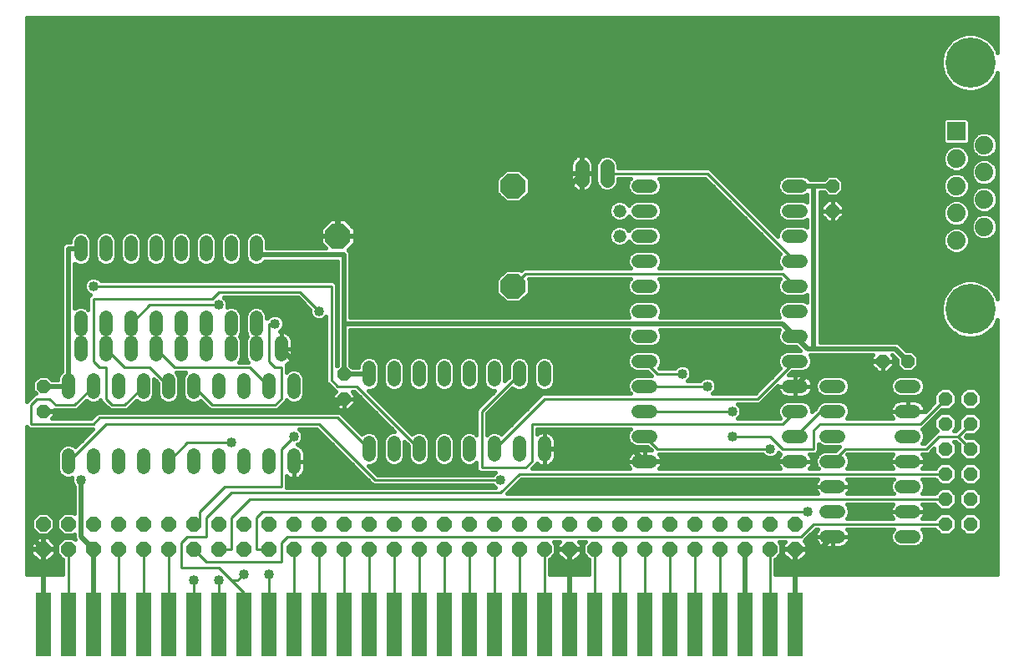
<source format=gbl>
G75*
%MOIN*%
%OFA0B0*%
%FSLAX24Y24*%
%IPPOS*%
%LPD*%
%AMOC8*
5,1,8,0,0,1.08239X$1,22.5*
%
%ADD10R,0.0600X0.2550*%
%ADD11OC8,0.0600*%
%ADD12C,0.0520*%
%ADD13C,0.0560*%
%ADD14OC8,0.1000*%
%ADD15C,0.0520*%
%ADD16R,0.0740X0.0740*%
%ADD17C,0.0740*%
%ADD18C,0.2000*%
%ADD19OC8,0.0520*%
%ADD20OC8,0.0560*%
%ADD21C,0.0100*%
%ADD22C,0.0400*%
%ADD23C,0.0200*%
%ADD24C,0.0160*%
D10*
X001680Y001940D03*
X002680Y001940D03*
X003680Y001940D03*
X004680Y001940D03*
X005680Y001940D03*
X006680Y001940D03*
X007680Y001940D03*
X008680Y001940D03*
X009680Y001940D03*
X010680Y001940D03*
X011680Y001940D03*
X012680Y001940D03*
X013680Y001940D03*
X014680Y001940D03*
X015680Y001940D03*
X016680Y001940D03*
X017680Y001940D03*
X018680Y001940D03*
X019680Y001940D03*
X020680Y001940D03*
X021680Y001940D03*
X022680Y001940D03*
X023680Y001940D03*
X024680Y001940D03*
X025680Y001940D03*
X026680Y001940D03*
X027680Y001940D03*
X028680Y001940D03*
X029680Y001940D03*
X030680Y001940D03*
X031680Y001940D03*
D11*
X031680Y004940D03*
X030680Y004940D03*
X029680Y004940D03*
X028680Y004940D03*
X027680Y004940D03*
X026680Y004940D03*
X025680Y004940D03*
X024680Y004940D03*
X023680Y004940D03*
X022680Y004940D03*
X021680Y004940D03*
X020680Y004940D03*
X019680Y004940D03*
X018680Y004940D03*
X017680Y004940D03*
X016680Y004940D03*
X015680Y004940D03*
X014680Y004940D03*
X013680Y004940D03*
X012680Y004940D03*
X011680Y004940D03*
X010680Y004940D03*
X009680Y004940D03*
X008680Y004940D03*
X007680Y004940D03*
X006680Y004940D03*
X005680Y004940D03*
X004680Y004940D03*
X003680Y004940D03*
X002680Y004940D03*
X001680Y004940D03*
X001680Y005940D03*
X002680Y005940D03*
X003680Y005940D03*
X004680Y005940D03*
X005680Y005940D03*
X006680Y005940D03*
X007680Y005940D03*
X008680Y005940D03*
X009680Y005940D03*
X010680Y005940D03*
X011680Y005940D03*
X012680Y005940D03*
X013680Y005940D03*
X014680Y005940D03*
X015680Y005940D03*
X016680Y005940D03*
X017680Y005940D03*
X018680Y005940D03*
X019680Y005940D03*
X020680Y005940D03*
X021680Y005940D03*
X022680Y005940D03*
X023680Y005940D03*
X024680Y005940D03*
X025680Y005940D03*
X026680Y005940D03*
X027680Y005940D03*
X028680Y005940D03*
X029680Y005940D03*
X030680Y005940D03*
X031680Y005940D03*
D12*
X032920Y005440D02*
X033440Y005440D01*
X033440Y006440D02*
X032920Y006440D01*
X032920Y007440D02*
X033440Y007440D01*
X033440Y008440D02*
X032920Y008440D01*
X031940Y008440D02*
X031420Y008440D01*
X031420Y009440D02*
X031940Y009440D01*
X032920Y009440D02*
X033440Y009440D01*
X033440Y010440D02*
X032920Y010440D01*
X031940Y010440D02*
X031420Y010440D01*
X031420Y011440D02*
X031940Y011440D01*
X032920Y011440D02*
X033440Y011440D01*
X031940Y012440D02*
X031420Y012440D01*
X031420Y013440D02*
X031940Y013440D01*
X031940Y014440D02*
X031420Y014440D01*
X031420Y015440D02*
X031940Y015440D01*
X031940Y016440D02*
X031420Y016440D01*
X031420Y017440D02*
X031940Y017440D01*
X031940Y018440D02*
X031420Y018440D01*
X031420Y019440D02*
X031940Y019440D01*
X025940Y019440D02*
X025420Y019440D01*
X025420Y018440D02*
X025940Y018440D01*
X025940Y017440D02*
X025420Y017440D01*
X025420Y016440D02*
X025940Y016440D01*
X025940Y015440D02*
X025420Y015440D01*
X025420Y014440D02*
X025940Y014440D01*
X025940Y013440D02*
X025420Y013440D01*
X025420Y012440D02*
X025940Y012440D01*
X025940Y011440D02*
X025420Y011440D01*
X025420Y010440D02*
X025940Y010440D01*
X025940Y009440D02*
X025420Y009440D01*
X025420Y008440D02*
X025940Y008440D01*
X021680Y008680D02*
X021680Y009200D01*
X020680Y009200D02*
X020680Y008680D01*
X019680Y008680D02*
X019680Y009200D01*
X018680Y009200D02*
X018680Y008680D01*
X017680Y008680D02*
X017680Y009200D01*
X016680Y009200D02*
X016680Y008680D01*
X015680Y008680D02*
X015680Y009200D01*
X014680Y009200D02*
X014680Y008680D01*
X011680Y008700D02*
X011680Y008180D01*
X010680Y008180D02*
X010680Y008700D01*
X009680Y008700D02*
X009680Y008180D01*
X008680Y008180D02*
X008680Y008700D01*
X007680Y008700D02*
X007680Y008180D01*
X006680Y008180D02*
X006680Y008700D01*
X005680Y008700D02*
X005680Y008180D01*
X004680Y008180D02*
X004680Y008700D01*
X003680Y008700D02*
X003680Y008180D01*
X002680Y008180D02*
X002680Y008700D01*
X002680Y011180D02*
X002680Y011700D01*
X003680Y011700D02*
X003680Y011180D01*
X004680Y011180D02*
X004680Y011700D01*
X005680Y011700D02*
X005680Y011180D01*
X006680Y011180D02*
X006680Y011700D01*
X007680Y011700D02*
X007680Y011180D01*
X008680Y011180D02*
X008680Y011700D01*
X009680Y011700D02*
X009680Y011180D01*
X010680Y011180D02*
X010680Y011700D01*
X011680Y011700D02*
X011680Y011180D01*
X011180Y012680D02*
X011180Y013200D01*
X010180Y013200D02*
X010180Y012680D01*
X009180Y012680D02*
X009180Y013200D01*
X009180Y013680D02*
X009180Y014200D01*
X008180Y014200D02*
X008180Y013680D01*
X008180Y013200D02*
X008180Y012680D01*
X007180Y012680D02*
X007180Y013200D01*
X007180Y013680D02*
X007180Y014200D01*
X006180Y014200D02*
X006180Y013680D01*
X006180Y013200D02*
X006180Y012680D01*
X005180Y012680D02*
X005180Y013200D01*
X005180Y013680D02*
X005180Y014200D01*
X004180Y014200D02*
X004180Y013680D01*
X004180Y013200D02*
X004180Y012680D01*
X003180Y012680D02*
X003180Y013200D01*
X003180Y013680D02*
X003180Y014200D01*
X003180Y016680D02*
X003180Y017200D01*
X004180Y017200D02*
X004180Y016680D01*
X005180Y016680D02*
X005180Y017200D01*
X006180Y017200D02*
X006180Y016680D01*
X007180Y016680D02*
X007180Y017200D01*
X008180Y017200D02*
X008180Y016680D01*
X009180Y016680D02*
X009180Y017200D01*
X010180Y017200D02*
X010180Y016680D01*
X010180Y014200D02*
X010180Y013680D01*
X014680Y012200D02*
X014680Y011680D01*
X015680Y011680D02*
X015680Y012200D01*
X016680Y012200D02*
X016680Y011680D01*
X017680Y011680D02*
X017680Y012200D01*
X018680Y012200D02*
X018680Y011680D01*
X019680Y011680D02*
X019680Y012200D01*
X020680Y012200D02*
X020680Y011680D01*
X021680Y011680D02*
X021680Y012200D01*
X035920Y011440D02*
X036440Y011440D01*
X036440Y010440D02*
X035920Y010440D01*
X035920Y009440D02*
X036440Y009440D01*
X036440Y008440D02*
X035920Y008440D01*
X035920Y007440D02*
X036440Y007440D01*
X036440Y006440D02*
X035920Y006440D01*
X035920Y005440D02*
X036440Y005440D01*
D13*
X024180Y019660D02*
X024180Y020220D01*
X023180Y020220D02*
X023180Y019660D01*
D14*
X020430Y019440D03*
X020430Y015440D03*
X013430Y017440D03*
D15*
X024680Y017440D03*
X024680Y018440D03*
D16*
X038121Y021621D03*
D17*
X039239Y021074D03*
X038121Y020531D03*
X039239Y019983D03*
X038121Y019440D03*
X039239Y018897D03*
X038121Y018349D03*
X039239Y017806D03*
X038121Y017259D03*
D18*
X038680Y014519D03*
X038680Y024361D03*
D19*
X033180Y019440D03*
X033180Y018440D03*
X035180Y012440D03*
X036180Y012440D03*
X013680Y011940D03*
X013680Y010940D03*
X001680Y010440D03*
X001680Y011440D03*
D20*
X037680Y010940D03*
X038680Y010940D03*
X038680Y009940D03*
X037680Y009940D03*
X037680Y008940D03*
X038680Y008940D03*
X038680Y007940D03*
X037680Y007940D03*
X037680Y006940D03*
X038680Y006940D03*
X038680Y005940D03*
X037680Y005940D03*
D21*
X032430Y005940D01*
X031930Y005440D01*
X011430Y005440D01*
X011180Y005190D01*
X011180Y004440D01*
X008180Y004440D01*
X007680Y004940D01*
X007180Y005190D02*
X007430Y005440D01*
X008180Y005440D01*
X008180Y006190D01*
X009180Y007190D01*
X019930Y007190D01*
X020680Y007940D01*
X037680Y007940D01*
X037680Y006940D02*
X009930Y006940D01*
X009180Y006190D01*
X009180Y004940D01*
X008680Y004940D01*
X008680Y004190D02*
X009180Y003690D01*
X009430Y003690D01*
X009680Y003940D01*
X009180Y003690D02*
X009680Y003190D01*
X009680Y001940D01*
X008680Y001940D02*
X008680Y003690D01*
X008680Y004190D02*
X007180Y004190D01*
X007180Y005190D01*
X006680Y004940D02*
X006680Y001940D01*
X005680Y001940D02*
X005680Y004940D01*
X004680Y004940D02*
X004680Y001940D01*
X002680Y001940D02*
X002680Y004940D01*
X007680Y005940D02*
X007930Y005940D01*
X007930Y006440D01*
X008930Y007440D01*
X011180Y007440D01*
X011180Y008940D01*
X011680Y009440D01*
X012680Y009940D02*
X014930Y007690D01*
X019930Y007690D01*
X019180Y008190D02*
X020930Y008190D01*
X021180Y008440D01*
X021180Y009940D01*
X031180Y009940D01*
X031680Y010440D01*
X032680Y010440D02*
X033180Y010440D01*
X032680Y010440D02*
X031680Y009440D01*
X032430Y009690D02*
X032430Y008940D01*
X031180Y008940D01*
X030680Y009440D01*
X029180Y009440D01*
X029180Y010440D02*
X025680Y010440D01*
X025680Y011440D02*
X028180Y011440D01*
X027180Y011940D02*
X026180Y011940D01*
X025680Y012440D01*
X021680Y010940D02*
X030180Y010940D01*
X031680Y012440D01*
X032680Y009940D02*
X032430Y009690D01*
X032680Y009940D02*
X036680Y009940D01*
X037680Y010940D01*
X038680Y009940D02*
X038180Y009440D01*
X038680Y008940D01*
X038180Y009440D02*
X037430Y009440D01*
X036930Y008940D01*
X033680Y008940D01*
X033180Y008440D01*
X030680Y008940D02*
X026180Y008940D01*
X025680Y009440D01*
X021680Y010940D02*
X019680Y008940D01*
X019180Y008190D02*
X019180Y010440D01*
X020680Y011940D01*
X016680Y008940D02*
X014180Y011440D01*
X013430Y011440D01*
X013180Y011690D01*
X013180Y015440D01*
X003680Y015440D01*
X003680Y014940D02*
X008430Y014940D01*
X008680Y015190D01*
X011930Y015190D01*
X012680Y014440D01*
X010930Y013940D02*
X010680Y013940D01*
X010680Y012440D01*
X010930Y012190D01*
X011180Y012190D01*
X011180Y010940D01*
X010930Y010690D01*
X008430Y010690D01*
X007680Y011440D01*
X006680Y011440D02*
X005930Y012190D01*
X004930Y012190D01*
X004180Y012940D01*
X003680Y012440D02*
X003680Y014940D01*
X005180Y013940D02*
X005930Y014690D01*
X008680Y014690D01*
X006180Y012940D02*
X006930Y012190D01*
X009930Y012190D01*
X010680Y011440D01*
X012680Y009940D02*
X004180Y009940D01*
X002680Y008440D01*
X003680Y009940D02*
X001180Y009940D01*
X001180Y010690D01*
X001430Y010940D01*
X001930Y010940D01*
X002180Y010690D01*
X002930Y010690D01*
X003680Y011440D01*
X004180Y010940D02*
X004180Y012190D01*
X003930Y012190D01*
X003680Y012440D01*
X004930Y010690D02*
X005680Y011440D01*
X004930Y010690D02*
X004430Y010690D01*
X004180Y010940D01*
X003930Y010190D02*
X013430Y010190D01*
X014680Y008940D01*
X010430Y006440D02*
X010180Y006190D01*
X010180Y004940D01*
X010680Y004940D01*
X011680Y004940D02*
X011680Y001940D01*
X010680Y001940D02*
X010680Y003940D01*
X012680Y004940D02*
X012680Y001940D01*
X013680Y001940D02*
X013680Y004940D01*
X014680Y004940D02*
X014680Y001940D01*
X015680Y001940D02*
X015680Y004940D01*
X016680Y004940D02*
X016680Y001940D01*
X017680Y001940D02*
X017680Y004940D01*
X018680Y004940D02*
X018680Y001940D01*
X019680Y001940D02*
X019680Y004940D01*
X020680Y004940D02*
X020680Y001940D01*
X021680Y001940D02*
X021680Y004940D01*
X023680Y004940D02*
X023680Y001940D01*
X024680Y001940D02*
X024680Y004940D01*
X025680Y004940D02*
X025680Y001940D01*
X026680Y001940D02*
X026680Y004940D01*
X027680Y004940D02*
X027680Y001940D01*
X028680Y001940D02*
X028680Y004940D01*
X030680Y004940D02*
X030680Y001940D01*
X032180Y006440D02*
X010430Y006440D01*
X007430Y009190D02*
X006680Y008440D01*
X007430Y009190D02*
X009180Y009190D01*
X003930Y010190D02*
X003680Y009940D01*
X007680Y003690D02*
X007680Y001940D01*
X020430Y015440D02*
X020930Y015940D01*
X031180Y015940D01*
X031680Y015440D01*
X031680Y016440D02*
X028180Y019940D01*
X024180Y019940D01*
D22*
X012680Y014440D03*
X010930Y013940D03*
X008680Y014690D03*
X003680Y015440D03*
X001180Y009440D03*
X003180Y007690D03*
X009180Y009190D03*
X011680Y009440D03*
X019930Y007690D03*
X027180Y011940D03*
X028180Y011440D03*
X029180Y010440D03*
X029180Y009440D03*
X030680Y008940D03*
X032180Y006440D03*
X010680Y003940D03*
X009680Y003940D03*
X008680Y003690D03*
X007680Y003690D03*
D23*
X003680Y004940D02*
X003680Y001940D01*
X001680Y001940D02*
X001680Y004940D01*
X001180Y005440D01*
X001180Y009440D01*
X001680Y010440D02*
X013180Y010440D01*
X013430Y010690D01*
X011180Y012940D01*
X013680Y013940D02*
X013680Y011940D01*
X014680Y011940D01*
X013680Y010940D02*
X013430Y010690D01*
X013680Y013940D02*
X031180Y013940D01*
X031680Y013440D01*
X032180Y012940D01*
X032430Y012940D01*
X032430Y019440D01*
X031680Y019440D01*
X032430Y019440D02*
X033180Y019440D01*
X023180Y019940D02*
X020680Y017440D01*
X013430Y017440D01*
X013680Y016690D02*
X010430Y016690D01*
X010180Y016940D01*
X013680Y016690D02*
X013680Y013940D01*
X021680Y008940D02*
X025180Y008940D01*
X025680Y008440D01*
X031680Y008440D01*
X031680Y011440D02*
X032680Y012440D01*
X035180Y012440D01*
X035680Y012940D02*
X036180Y012440D01*
X035680Y012940D02*
X032430Y012940D01*
X033180Y005440D02*
X032680Y004940D01*
X031680Y004940D01*
X031680Y001940D01*
X029680Y001940D02*
X029680Y004940D01*
X022680Y004940D02*
X022680Y001940D01*
X003680Y004940D02*
X003180Y005440D01*
X003180Y007690D01*
X002680Y011440D02*
X001680Y011440D01*
X002680Y011440D02*
X002680Y016940D01*
X003180Y016940D01*
D24*
X003600Y016875D02*
X003760Y016875D01*
X003760Y016717D02*
X003600Y016717D01*
X003600Y016596D02*
X003600Y017284D01*
X003536Y017438D01*
X003418Y017556D01*
X003264Y017620D01*
X003096Y017620D01*
X002942Y017556D01*
X002824Y017438D01*
X002760Y017284D01*
X002760Y017200D01*
X002628Y017200D01*
X002533Y017160D01*
X002460Y017087D01*
X002420Y016992D01*
X002420Y012034D01*
X002324Y011938D01*
X002260Y011784D01*
X002260Y011700D01*
X002014Y011700D01*
X001854Y011860D01*
X001506Y011860D01*
X001260Y011614D01*
X001260Y011266D01*
X001376Y011150D01*
X001343Y011150D01*
X001093Y010900D01*
X001010Y010817D01*
X001010Y026156D01*
X039770Y026156D01*
X039770Y024775D01*
X039761Y024809D01*
X039608Y025074D01*
X039392Y025289D01*
X039128Y025442D01*
X038833Y025521D01*
X038527Y025521D01*
X038232Y025442D01*
X037968Y025289D01*
X037752Y025074D01*
X037599Y024809D01*
X037520Y024514D01*
X037520Y024209D01*
X037599Y023914D01*
X037752Y023649D01*
X037968Y023433D01*
X038232Y023280D01*
X038527Y023201D01*
X038833Y023201D01*
X039128Y023280D01*
X039392Y023433D01*
X039608Y023649D01*
X039761Y023914D01*
X039770Y023947D01*
X039770Y014933D01*
X039761Y014966D01*
X039608Y015231D01*
X039392Y015447D01*
X039128Y015600D01*
X038833Y015679D01*
X038527Y015679D01*
X038232Y015600D01*
X037968Y015447D01*
X037752Y015231D01*
X037599Y014966D01*
X037520Y014671D01*
X037520Y014366D01*
X037599Y014071D01*
X037752Y013806D01*
X037968Y013591D01*
X038232Y013438D01*
X038527Y013359D01*
X038833Y013359D01*
X039128Y013438D01*
X039392Y013591D01*
X039608Y013806D01*
X039761Y014071D01*
X039770Y014105D01*
X039770Y003940D01*
X030890Y003940D01*
X030890Y004499D01*
X031140Y004749D01*
X031140Y005131D01*
X031041Y005230D01*
X031291Y005230D01*
X031200Y005139D01*
X031200Y004960D01*
X031660Y004960D01*
X031660Y004920D01*
X031700Y004920D01*
X031700Y004960D01*
X032160Y004960D01*
X032160Y005139D01*
X032043Y005256D01*
X032140Y005353D01*
X032517Y005730D01*
X032588Y005730D01*
X032584Y005727D01*
X032544Y005671D01*
X032512Y005609D01*
X032491Y005543D01*
X032480Y005475D01*
X032480Y005440D01*
X033180Y005440D01*
X033880Y005440D01*
X033880Y005475D01*
X033869Y005543D01*
X033848Y005609D01*
X033816Y005671D01*
X033776Y005727D01*
X033772Y005730D01*
X035616Y005730D01*
X035564Y005678D01*
X035500Y005524D01*
X035500Y005356D01*
X035564Y005202D01*
X035682Y005084D01*
X035836Y005020D01*
X036524Y005020D01*
X036678Y005084D01*
X036796Y005202D01*
X036860Y005356D01*
X036860Y005524D01*
X036796Y005678D01*
X036744Y005730D01*
X037268Y005730D01*
X037498Y005500D01*
X037862Y005500D01*
X038120Y005758D01*
X038120Y006122D01*
X037862Y006380D01*
X037498Y006380D01*
X037268Y006150D01*
X036772Y006150D01*
X036776Y006153D01*
X036816Y006209D01*
X036848Y006271D01*
X036869Y006337D01*
X036880Y006405D01*
X036880Y006440D01*
X036880Y006475D01*
X036869Y006543D01*
X036848Y006609D01*
X036816Y006671D01*
X036776Y006727D01*
X036772Y006730D01*
X037268Y006730D01*
X037498Y006500D01*
X037862Y006500D01*
X038120Y006758D01*
X038120Y007122D01*
X037862Y007380D01*
X037498Y007380D01*
X037268Y007150D01*
X036744Y007150D01*
X036796Y007202D01*
X036860Y007356D01*
X036860Y007524D01*
X036796Y007678D01*
X036744Y007730D01*
X037268Y007730D01*
X037498Y007500D01*
X037862Y007500D01*
X038120Y007758D01*
X038120Y008122D01*
X037862Y008380D01*
X037498Y008380D01*
X037268Y008150D01*
X036772Y008150D01*
X036776Y008153D01*
X036816Y008209D01*
X036848Y008271D01*
X036869Y008337D01*
X036880Y008405D01*
X036880Y008440D01*
X036880Y008475D01*
X036869Y008543D01*
X036848Y008609D01*
X036816Y008671D01*
X036776Y008727D01*
X036772Y008730D01*
X037017Y008730D01*
X037240Y008953D01*
X037240Y008758D01*
X037498Y008500D01*
X037862Y008500D01*
X038120Y008758D01*
X038120Y009122D01*
X038012Y009230D01*
X038093Y009230D01*
X038240Y009083D01*
X038240Y008758D01*
X038498Y008500D01*
X038862Y008500D01*
X039120Y008758D01*
X039120Y009122D01*
X038862Y009380D01*
X038537Y009380D01*
X038477Y009440D01*
X038537Y009500D01*
X038862Y009500D01*
X039120Y009758D01*
X039120Y010122D01*
X038862Y010380D01*
X038498Y010380D01*
X038240Y010122D01*
X038240Y009797D01*
X038093Y009650D01*
X038012Y009650D01*
X038120Y009758D01*
X038120Y010122D01*
X037862Y010380D01*
X037498Y010380D01*
X037240Y010122D01*
X037240Y009758D01*
X037348Y009650D01*
X037343Y009650D01*
X037220Y009527D01*
X037220Y009527D01*
X036843Y009150D01*
X036744Y009150D01*
X036796Y009202D01*
X036860Y009356D01*
X036860Y009524D01*
X036796Y009678D01*
X036744Y009730D01*
X036767Y009730D01*
X036890Y009853D01*
X037537Y010500D01*
X037862Y010500D01*
X038120Y010758D01*
X038120Y011122D01*
X037862Y011380D01*
X037498Y011380D01*
X037240Y011122D01*
X037240Y010797D01*
X036880Y010437D01*
X036880Y010440D01*
X036880Y010475D01*
X036869Y010543D01*
X036848Y010609D01*
X036816Y010671D01*
X036776Y010727D01*
X036727Y010776D01*
X036671Y010816D01*
X036609Y010848D01*
X036543Y010869D01*
X036475Y010880D01*
X036180Y010880D01*
X036180Y010440D01*
X036180Y010440D01*
X036880Y010440D01*
X036180Y010440D01*
X036180Y010440D01*
X036180Y010440D01*
X035480Y010440D01*
X035480Y010475D01*
X035491Y010543D01*
X035512Y010609D01*
X035544Y010671D01*
X035584Y010727D01*
X035633Y010776D01*
X035689Y010816D01*
X035751Y010848D01*
X035817Y010869D01*
X035885Y010880D01*
X036180Y010880D01*
X036180Y010440D01*
X035480Y010440D01*
X035480Y010405D01*
X035491Y010337D01*
X035512Y010271D01*
X035544Y010209D01*
X035584Y010153D01*
X035588Y010150D01*
X033744Y010150D01*
X033796Y010202D01*
X033860Y010356D01*
X033860Y010524D01*
X033796Y010678D01*
X033678Y010796D01*
X033524Y010860D01*
X032836Y010860D01*
X032682Y010796D01*
X032564Y010678D01*
X032524Y010581D01*
X032470Y010527D01*
X032360Y010417D01*
X032360Y010524D01*
X032296Y010678D01*
X032178Y010796D01*
X032024Y010860D01*
X031336Y010860D01*
X031182Y010796D01*
X031064Y010678D01*
X031000Y010524D01*
X031000Y010356D01*
X031064Y010202D01*
X031105Y010162D01*
X031093Y010150D01*
X029399Y010150D01*
X029485Y010236D01*
X029540Y010368D01*
X029540Y010512D01*
X029485Y010644D01*
X029399Y010730D01*
X030267Y010730D01*
X030980Y011443D01*
X030980Y011440D01*
X031680Y011440D01*
X031680Y011440D01*
X031680Y011880D01*
X031975Y011880D01*
X032043Y011869D01*
X032109Y011848D01*
X032171Y011816D01*
X032227Y011776D01*
X032276Y011727D01*
X032316Y011671D01*
X032348Y011609D01*
X032369Y011543D01*
X032380Y011475D01*
X032380Y011440D01*
X031680Y011440D01*
X031680Y011440D01*
X031680Y011880D01*
X031417Y011880D01*
X031557Y012020D01*
X032024Y012020D01*
X032178Y012084D01*
X032296Y012202D01*
X032360Y012356D01*
X032360Y012524D01*
X032296Y012678D01*
X032294Y012680D01*
X034798Y012680D01*
X034740Y012622D01*
X034740Y012440D01*
X035180Y012440D01*
X035620Y012440D01*
X035620Y012622D01*
X035562Y012680D01*
X035572Y012680D01*
X035760Y012492D01*
X035760Y012266D01*
X036006Y012020D01*
X036354Y012020D01*
X036600Y012266D01*
X036600Y012614D01*
X036354Y012860D01*
X036128Y012860D01*
X035827Y013160D01*
X035732Y013200D01*
X032690Y013200D01*
X032690Y019180D01*
X032846Y019180D01*
X033006Y019020D01*
X033354Y019020D01*
X033600Y019266D01*
X033600Y019614D01*
X033354Y019860D01*
X033006Y019860D01*
X032846Y019700D01*
X032274Y019700D01*
X032178Y019796D01*
X032024Y019860D01*
X031336Y019860D01*
X031182Y019796D01*
X031064Y019678D01*
X031000Y019524D01*
X031000Y019356D01*
X031064Y019202D01*
X031182Y019084D01*
X031336Y019020D01*
X032024Y019020D01*
X032170Y019081D01*
X032170Y018799D01*
X032024Y018860D01*
X031336Y018860D01*
X031182Y018796D01*
X031064Y018678D01*
X031000Y018524D01*
X031000Y018356D01*
X031064Y018202D01*
X031182Y018084D01*
X031336Y018020D01*
X032024Y018020D01*
X032170Y018081D01*
X032170Y017799D01*
X032024Y017860D01*
X031336Y017860D01*
X031182Y017796D01*
X031064Y017678D01*
X031000Y017524D01*
X031000Y017417D01*
X028390Y020027D01*
X028267Y020150D01*
X024620Y020150D01*
X024620Y020308D01*
X024553Y020469D01*
X024429Y020593D01*
X024268Y020660D01*
X024092Y020660D01*
X023931Y020593D01*
X023807Y020469D01*
X023740Y020308D01*
X023740Y019572D01*
X023807Y019411D01*
X023568Y019411D01*
X023573Y019419D02*
X023606Y019483D01*
X023629Y019552D01*
X023640Y019624D01*
X023640Y019930D01*
X023190Y019930D01*
X023190Y019950D01*
X023640Y019950D01*
X023640Y020256D01*
X023629Y020328D01*
X023606Y020397D01*
X023573Y020461D01*
X023531Y020520D01*
X023480Y020571D01*
X023421Y020613D01*
X023357Y020646D01*
X023288Y020669D01*
X023216Y020680D01*
X023190Y020680D01*
X023190Y019950D01*
X023170Y019950D01*
X023170Y020680D01*
X023144Y020680D01*
X023072Y020669D01*
X023003Y020646D01*
X022939Y020613D01*
X022880Y020571D01*
X022829Y020520D01*
X022787Y020461D01*
X022754Y020397D01*
X022731Y020328D01*
X022720Y020256D01*
X022720Y019950D01*
X023170Y019950D01*
X023170Y019930D01*
X023190Y019930D01*
X023190Y019200D01*
X023216Y019200D01*
X023288Y019211D01*
X023357Y019234D01*
X023421Y019267D01*
X023480Y019309D01*
X023531Y019360D01*
X023573Y019419D01*
X023631Y019570D02*
X023741Y019570D01*
X023740Y019728D02*
X023640Y019728D01*
X023640Y019887D02*
X023740Y019887D01*
X023740Y020045D02*
X023640Y020045D01*
X023640Y020204D02*
X023740Y020204D01*
X023763Y020362D02*
X023618Y020362D01*
X023530Y020521D02*
X023858Y020521D01*
X023222Y020679D02*
X037609Y020679D01*
X037591Y020636D02*
X037591Y020425D01*
X037672Y020230D01*
X037821Y020081D01*
X038016Y020001D01*
X038226Y020001D01*
X038421Y020081D01*
X038570Y020230D01*
X038651Y020425D01*
X038651Y020636D01*
X038570Y020831D01*
X038421Y020980D01*
X038226Y021061D01*
X038016Y021061D01*
X037821Y020980D01*
X037672Y020831D01*
X037591Y020636D01*
X037591Y020521D02*
X024502Y020521D01*
X024597Y020362D02*
X037617Y020362D01*
X037698Y020204D02*
X024620Y020204D01*
X024620Y019730D02*
X025116Y019730D01*
X025064Y019678D01*
X025000Y019524D01*
X025000Y019356D01*
X025064Y019202D01*
X025182Y019084D01*
X025336Y019020D01*
X026024Y019020D01*
X026178Y019084D01*
X026296Y019202D01*
X026360Y019356D01*
X026360Y019524D01*
X026296Y019678D01*
X026244Y019730D01*
X028093Y019730D01*
X031105Y016718D01*
X031064Y016678D01*
X031000Y016524D01*
X031000Y016356D01*
X031064Y016202D01*
X031116Y016150D01*
X026244Y016150D01*
X026296Y016202D01*
X026360Y016356D01*
X026360Y016524D01*
X026296Y016678D01*
X026178Y016796D01*
X026024Y016860D01*
X025336Y016860D01*
X025182Y016796D01*
X025064Y016678D01*
X025000Y016524D01*
X025000Y016356D01*
X025064Y016202D01*
X025116Y016150D01*
X020843Y016150D01*
X020748Y016055D01*
X020703Y016100D01*
X020157Y016100D01*
X019770Y015713D01*
X019770Y015167D01*
X020157Y014780D01*
X020703Y014780D01*
X021090Y015167D01*
X021090Y015713D01*
X021073Y015730D01*
X025116Y015730D01*
X025064Y015678D01*
X025000Y015524D01*
X025000Y015356D01*
X025064Y015202D01*
X025182Y015084D01*
X025336Y015020D01*
X026024Y015020D01*
X026178Y015084D01*
X026296Y015202D01*
X026360Y015356D01*
X026360Y015524D01*
X026296Y015678D01*
X026244Y015730D01*
X031093Y015730D01*
X031105Y015718D01*
X031064Y015678D01*
X031000Y015524D01*
X031000Y015356D01*
X031064Y015202D01*
X031182Y015084D01*
X031336Y015020D01*
X032024Y015020D01*
X032170Y015081D01*
X032170Y014799D01*
X032024Y014860D01*
X031336Y014860D01*
X031182Y014796D01*
X031064Y014678D01*
X031000Y014524D01*
X031000Y014356D01*
X031064Y014202D01*
X031066Y014200D01*
X026294Y014200D01*
X026296Y014202D01*
X026360Y014356D01*
X026360Y014524D01*
X026296Y014678D01*
X026178Y014796D01*
X026024Y014860D01*
X025336Y014860D01*
X025182Y014796D01*
X025064Y014678D01*
X025000Y014524D01*
X025000Y014356D01*
X025064Y014202D01*
X025066Y014200D01*
X013940Y014200D01*
X013940Y016742D01*
X013900Y016837D01*
X013845Y016893D01*
X014110Y017158D01*
X014110Y017410D01*
X013460Y017410D01*
X013460Y017470D01*
X013400Y017470D01*
X013400Y018120D01*
X013148Y018120D01*
X012750Y017722D01*
X012750Y017470D01*
X013400Y017470D01*
X013400Y017410D01*
X012750Y017410D01*
X012750Y017158D01*
X012958Y016950D01*
X010600Y016950D01*
X010600Y017284D01*
X010536Y017438D01*
X010418Y017556D01*
X010264Y017620D01*
X010096Y017620D01*
X009942Y017556D01*
X009824Y017438D01*
X009760Y017284D01*
X009760Y016596D01*
X009824Y016442D01*
X009942Y016324D01*
X010096Y016260D01*
X010264Y016260D01*
X010418Y016324D01*
X010524Y016430D01*
X013420Y016430D01*
X013420Y012274D01*
X013390Y012244D01*
X013390Y015527D01*
X013267Y015650D01*
X003979Y015650D01*
X003884Y015745D01*
X003752Y015800D01*
X003608Y015800D01*
X003476Y015745D01*
X003375Y015644D01*
X003320Y015512D01*
X003320Y015368D01*
X003375Y015236D01*
X003476Y015135D01*
X003548Y015105D01*
X003470Y015027D01*
X003470Y014504D01*
X003418Y014556D01*
X003264Y014620D01*
X003096Y014620D01*
X002942Y014556D01*
X002940Y014554D01*
X002940Y016326D01*
X002942Y016324D01*
X003096Y016260D01*
X003264Y016260D01*
X003418Y016324D01*
X003536Y016442D01*
X003600Y016596D01*
X003584Y016558D02*
X003776Y016558D01*
X003760Y016596D02*
X003824Y016442D01*
X003942Y016324D01*
X004096Y016260D01*
X004264Y016260D01*
X004418Y016324D01*
X004536Y016442D01*
X004600Y016596D01*
X004600Y017284D01*
X004536Y017438D01*
X004418Y017556D01*
X004264Y017620D01*
X004096Y017620D01*
X003942Y017556D01*
X003824Y017438D01*
X003760Y017284D01*
X003760Y016596D01*
X003867Y016400D02*
X003493Y016400D01*
X002940Y016241D02*
X013420Y016241D01*
X013420Y016083D02*
X002940Y016083D01*
X002940Y015924D02*
X013420Y015924D01*
X013420Y015766D02*
X003835Y015766D01*
X003525Y015766D02*
X002940Y015766D01*
X002940Y015607D02*
X003360Y015607D01*
X003320Y015449D02*
X002940Y015449D01*
X002940Y015290D02*
X003352Y015290D01*
X003484Y015132D02*
X002940Y015132D01*
X002940Y014973D02*
X003470Y014973D01*
X003470Y014815D02*
X002940Y014815D01*
X002940Y014656D02*
X003470Y014656D01*
X002420Y014656D02*
X001010Y014656D01*
X001010Y014498D02*
X002420Y014498D01*
X002420Y014339D02*
X001010Y014339D01*
X001010Y014181D02*
X002420Y014181D01*
X002420Y014022D02*
X001010Y014022D01*
X001010Y013864D02*
X002420Y013864D01*
X002420Y013705D02*
X001010Y013705D01*
X001010Y013547D02*
X002420Y013547D01*
X002420Y013388D02*
X001010Y013388D01*
X001010Y013230D02*
X002420Y013230D01*
X002420Y013071D02*
X001010Y013071D01*
X001010Y012913D02*
X002420Y012913D01*
X002420Y012754D02*
X001010Y012754D01*
X001010Y012596D02*
X002420Y012596D01*
X002420Y012437D02*
X001010Y012437D01*
X001010Y012279D02*
X002420Y012279D01*
X002420Y012120D02*
X001010Y012120D01*
X001010Y011962D02*
X002348Y011962D01*
X002268Y011803D02*
X001911Y011803D01*
X001449Y011803D02*
X001010Y011803D01*
X001010Y011645D02*
X001291Y011645D01*
X001260Y011486D02*
X001010Y011486D01*
X001010Y011328D02*
X001260Y011328D01*
X001357Y011169D02*
X001010Y011169D01*
X001010Y011011D02*
X001204Y011011D01*
X001045Y010852D02*
X001010Y010852D01*
X001680Y010440D02*
X002120Y010440D01*
X002120Y010480D01*
X003017Y010480D01*
X003140Y010603D01*
X003402Y010865D01*
X003442Y010824D01*
X003596Y010760D01*
X003764Y010760D01*
X003918Y010824D01*
X003970Y010876D01*
X003970Y010853D01*
X004093Y010730D01*
X004343Y010480D01*
X005017Y010480D01*
X005140Y010603D01*
X005402Y010865D01*
X005442Y010824D01*
X005596Y010760D01*
X005764Y010760D01*
X005918Y010824D01*
X006036Y010942D01*
X006100Y011096D01*
X006100Y011723D01*
X006260Y011563D01*
X006260Y011096D01*
X006324Y010942D01*
X006442Y010824D01*
X006596Y010760D01*
X006764Y010760D01*
X006918Y010824D01*
X007036Y010942D01*
X007100Y011096D01*
X007100Y011784D01*
X007036Y011938D01*
X006994Y011980D01*
X007366Y011980D01*
X007324Y011938D01*
X007260Y011784D01*
X007260Y011096D01*
X007324Y010942D01*
X007442Y010824D01*
X007596Y010760D01*
X007764Y010760D01*
X007918Y010824D01*
X007958Y010865D01*
X008220Y010603D01*
X008343Y010480D01*
X011017Y010480D01*
X011267Y010730D01*
X011390Y010853D01*
X011390Y010876D01*
X011442Y010824D01*
X011596Y010760D01*
X011764Y010760D01*
X011918Y010824D01*
X012036Y010942D01*
X012100Y011096D01*
X012100Y011784D01*
X012036Y011938D01*
X011918Y012056D01*
X011764Y012120D01*
X011596Y012120D01*
X011442Y012056D01*
X011390Y012004D01*
X011390Y012277D01*
X011379Y012288D01*
X011411Y012304D01*
X011467Y012344D01*
X011516Y012393D01*
X011556Y012449D01*
X011588Y012511D01*
X011609Y012577D01*
X011620Y012645D01*
X011620Y012940D01*
X011620Y013235D01*
X011609Y013303D01*
X011588Y013369D01*
X011556Y013431D01*
X011516Y013487D01*
X011467Y013536D01*
X011411Y013576D01*
X011349Y013608D01*
X011283Y013629D01*
X011215Y013640D01*
X011180Y013640D01*
X011180Y012940D01*
X011180Y012940D01*
X011620Y012940D01*
X011180Y012940D01*
X011180Y012940D01*
X011180Y013640D01*
X011145Y013640D01*
X011138Y013639D01*
X011235Y013736D01*
X011290Y013868D01*
X011290Y014012D01*
X011235Y014144D01*
X011134Y014245D01*
X011002Y014300D01*
X010858Y014300D01*
X010726Y014245D01*
X010631Y014150D01*
X010600Y014150D01*
X010600Y014284D01*
X010536Y014438D01*
X010418Y014556D01*
X010264Y014620D01*
X010096Y014620D01*
X009942Y014556D01*
X009824Y014438D01*
X009760Y014284D01*
X009760Y013596D01*
X009824Y013442D01*
X009826Y013440D01*
X009824Y013438D01*
X009760Y013284D01*
X009760Y012596D01*
X009824Y012442D01*
X009866Y012400D01*
X009494Y012400D01*
X009536Y012442D01*
X009600Y012596D01*
X009600Y013284D01*
X009536Y013438D01*
X009534Y013440D01*
X009536Y013442D01*
X009600Y013596D01*
X009600Y014284D01*
X009536Y014438D01*
X009418Y014556D01*
X009264Y014620D01*
X009096Y014620D01*
X009029Y014592D01*
X009040Y014618D01*
X009040Y014762D01*
X008985Y014894D01*
X008899Y014980D01*
X011843Y014980D01*
X012320Y014503D01*
X012320Y014368D01*
X012375Y014236D01*
X012476Y014135D01*
X012608Y014080D01*
X012752Y014080D01*
X012884Y014135D01*
X012970Y014221D01*
X012970Y011603D01*
X013093Y011480D01*
X013343Y011230D01*
X013348Y011230D01*
X013240Y011122D01*
X013240Y010940D01*
X013680Y010940D01*
X014120Y010940D01*
X014120Y011122D01*
X014012Y011230D01*
X014093Y011230D01*
X015703Y009620D01*
X015596Y009620D01*
X015442Y009556D01*
X015324Y009438D01*
X015260Y009284D01*
X015260Y008596D01*
X015324Y008442D01*
X015442Y008324D01*
X015596Y008260D01*
X015764Y008260D01*
X015918Y008324D01*
X016036Y008442D01*
X016100Y008596D01*
X016100Y009223D01*
X016260Y009063D01*
X016260Y008596D01*
X016324Y008442D01*
X016442Y008324D01*
X016596Y008260D01*
X016764Y008260D01*
X016918Y008324D01*
X017036Y008442D01*
X017100Y008596D01*
X017100Y009284D01*
X017036Y009438D01*
X016918Y009556D01*
X016764Y009620D01*
X016596Y009620D01*
X016442Y009556D01*
X016402Y009515D01*
X014657Y011260D01*
X014764Y011260D01*
X014918Y011324D01*
X015036Y011442D01*
X015100Y011596D01*
X015100Y012284D01*
X015036Y012438D01*
X014918Y012556D01*
X014764Y012620D01*
X014596Y012620D01*
X014442Y012556D01*
X014324Y012438D01*
X014260Y012284D01*
X014260Y012200D01*
X014014Y012200D01*
X013940Y012274D01*
X013940Y013680D01*
X025066Y013680D01*
X025064Y013678D01*
X025000Y013524D01*
X025000Y013356D01*
X025064Y013202D01*
X025182Y013084D01*
X025336Y013020D01*
X026024Y013020D01*
X026178Y013084D01*
X026296Y013202D01*
X026360Y013356D01*
X026360Y013524D01*
X026296Y013678D01*
X026294Y013680D01*
X031066Y013680D01*
X031064Y013678D01*
X031000Y013524D01*
X031000Y013356D01*
X031064Y013202D01*
X031182Y013084D01*
X031336Y013020D01*
X031732Y013020D01*
X031892Y012860D01*
X031336Y012860D01*
X031182Y012796D01*
X031064Y012678D01*
X031000Y012524D01*
X031000Y012356D01*
X031064Y012202D01*
X031105Y012162D01*
X030093Y011150D01*
X028399Y011150D01*
X028485Y011236D01*
X028540Y011368D01*
X028540Y011512D01*
X028485Y011644D01*
X028384Y011745D01*
X028252Y011800D01*
X028108Y011800D01*
X027976Y011745D01*
X027881Y011650D01*
X027399Y011650D01*
X027485Y011736D01*
X027540Y011868D01*
X027540Y012012D01*
X027485Y012144D01*
X027384Y012245D01*
X027252Y012300D01*
X027108Y012300D01*
X026976Y012245D01*
X026881Y012150D01*
X026267Y012150D01*
X026255Y012162D01*
X026296Y012202D01*
X026360Y012356D01*
X026360Y012524D01*
X026296Y012678D01*
X026178Y012796D01*
X026024Y012860D01*
X025336Y012860D01*
X025182Y012796D01*
X025064Y012678D01*
X025000Y012524D01*
X025000Y012356D01*
X025064Y012202D01*
X025182Y012084D01*
X025336Y012020D01*
X025803Y012020D01*
X025963Y011860D01*
X025336Y011860D01*
X025182Y011796D01*
X025064Y011678D01*
X025000Y011524D01*
X025000Y011356D01*
X025064Y011202D01*
X025116Y011150D01*
X021593Y011150D01*
X021470Y011027D01*
X019958Y009515D01*
X019918Y009556D01*
X019764Y009620D01*
X019596Y009620D01*
X019442Y009556D01*
X019390Y009504D01*
X019390Y010353D01*
X020402Y011365D01*
X020442Y011324D01*
X020596Y011260D01*
X020764Y011260D01*
X020918Y011324D01*
X021036Y011442D01*
X021100Y011596D01*
X021100Y012284D01*
X021036Y012438D01*
X020918Y012556D01*
X020764Y012620D01*
X020596Y012620D01*
X020442Y012556D01*
X020324Y012438D01*
X020260Y012284D01*
X020260Y011817D01*
X020100Y011657D01*
X020100Y012284D01*
X020036Y012438D01*
X019918Y012556D01*
X019764Y012620D01*
X019596Y012620D01*
X019442Y012556D01*
X019324Y012438D01*
X019260Y012284D01*
X019260Y011596D01*
X019324Y011442D01*
X019442Y011324D01*
X019596Y011260D01*
X019703Y011260D01*
X019093Y010650D01*
X018970Y010527D01*
X018970Y009504D01*
X018918Y009556D01*
X018764Y009620D01*
X018596Y009620D01*
X018442Y009556D01*
X018324Y009438D01*
X018260Y009284D01*
X018260Y008596D01*
X018324Y008442D01*
X018442Y008324D01*
X018596Y008260D01*
X018764Y008260D01*
X018918Y008324D01*
X018970Y008376D01*
X018970Y008103D01*
X019093Y007980D01*
X019711Y007980D01*
X019631Y007900D01*
X015017Y007900D01*
X014657Y008260D01*
X014764Y008260D01*
X014918Y008324D01*
X015036Y008442D01*
X015100Y008596D01*
X015100Y009284D01*
X015036Y009438D01*
X014918Y009556D01*
X014764Y009620D01*
X014596Y009620D01*
X014442Y009556D01*
X014402Y009515D01*
X013517Y010400D01*
X003843Y010400D01*
X003720Y010277D01*
X003593Y010150D01*
X002012Y010150D01*
X002120Y010258D01*
X002120Y010440D01*
X001680Y010440D01*
X001680Y010440D01*
X002120Y010377D02*
X003820Y010377D01*
X003661Y010218D02*
X002080Y010218D01*
X003072Y010535D02*
X004288Y010535D01*
X004129Y010694D02*
X003231Y010694D01*
X003389Y010852D02*
X003414Y010852D01*
X003946Y010852D02*
X003971Y010852D01*
X005072Y010535D02*
X008288Y010535D01*
X008129Y010694D02*
X005231Y010694D01*
X005389Y010852D02*
X005414Y010852D01*
X005946Y010852D02*
X006414Y010852D01*
X006296Y011011D02*
X006064Y011011D01*
X006100Y011169D02*
X006260Y011169D01*
X006260Y011328D02*
X006100Y011328D01*
X006100Y011486D02*
X006260Y011486D01*
X006178Y011645D02*
X006100Y011645D01*
X007012Y011962D02*
X007348Y011962D01*
X007268Y011803D02*
X007092Y011803D01*
X007100Y011645D02*
X007260Y011645D01*
X007260Y011486D02*
X007100Y011486D01*
X007100Y011328D02*
X007260Y011328D01*
X007260Y011169D02*
X007100Y011169D01*
X007064Y011011D02*
X007296Y011011D01*
X007414Y010852D02*
X006946Y010852D01*
X007946Y010852D02*
X007971Y010852D01*
X009531Y012437D02*
X009829Y012437D01*
X009760Y012596D02*
X009600Y012596D01*
X009600Y012754D02*
X009760Y012754D01*
X009760Y012913D02*
X009600Y012913D01*
X009600Y013071D02*
X009760Y013071D01*
X009760Y013230D02*
X009600Y013230D01*
X009557Y013388D02*
X009803Y013388D01*
X009781Y013547D02*
X009579Y013547D01*
X009600Y013705D02*
X009760Y013705D01*
X009760Y013864D02*
X009600Y013864D01*
X009600Y014022D02*
X009760Y014022D01*
X009760Y014181D02*
X009600Y014181D01*
X009577Y014339D02*
X009783Y014339D01*
X009884Y014498D02*
X009476Y014498D01*
X009040Y014656D02*
X012167Y014656D01*
X012320Y014498D02*
X010476Y014498D01*
X010577Y014339D02*
X012332Y014339D01*
X012430Y014181D02*
X011199Y014181D01*
X011286Y014022D02*
X012970Y014022D01*
X012970Y013864D02*
X011288Y013864D01*
X011204Y013705D02*
X012970Y013705D01*
X012970Y013547D02*
X011452Y013547D01*
X011578Y013388D02*
X012970Y013388D01*
X012970Y013230D02*
X011620Y013230D01*
X011620Y013071D02*
X012970Y013071D01*
X012970Y012913D02*
X011620Y012913D01*
X011620Y012754D02*
X012970Y012754D01*
X012970Y012596D02*
X011612Y012596D01*
X011547Y012437D02*
X012970Y012437D01*
X012970Y012279D02*
X011388Y012279D01*
X011390Y012120D02*
X012970Y012120D01*
X012970Y011962D02*
X012012Y011962D01*
X012092Y011803D02*
X012970Y011803D01*
X012970Y011645D02*
X012100Y011645D01*
X012100Y011486D02*
X013087Y011486D01*
X013245Y011328D02*
X012100Y011328D01*
X012100Y011169D02*
X013287Y011169D01*
X013240Y011011D02*
X012064Y011011D01*
X011946Y010852D02*
X013240Y010852D01*
X013240Y010940D02*
X013240Y010758D01*
X013498Y010500D01*
X013680Y010500D01*
X013862Y010500D01*
X014120Y010758D01*
X014120Y010940D01*
X013680Y010940D01*
X013680Y010940D01*
X013680Y010500D01*
X013680Y010940D01*
X013680Y010940D01*
X013680Y010940D01*
X013240Y010940D01*
X013304Y010694D02*
X011231Y010694D01*
X011389Y010852D02*
X011414Y010852D01*
X011072Y010535D02*
X013463Y010535D01*
X013540Y010377D02*
X014946Y010377D01*
X014788Y010535D02*
X013897Y010535D01*
X013680Y010535D02*
X013680Y010535D01*
X013680Y010694D02*
X013680Y010694D01*
X013680Y010852D02*
X013680Y010852D01*
X014056Y010694D02*
X014629Y010694D01*
X014471Y010852D02*
X014120Y010852D01*
X014120Y011011D02*
X014312Y011011D01*
X014154Y011169D02*
X014073Y011169D01*
X014748Y011169D02*
X019612Y011169D01*
X019454Y011011D02*
X014906Y011011D01*
X015065Y010852D02*
X019295Y010852D01*
X019137Y010694D02*
X015223Y010694D01*
X015382Y010535D02*
X018978Y010535D01*
X018970Y010377D02*
X015540Y010377D01*
X015699Y010218D02*
X018970Y010218D01*
X018970Y010060D02*
X015857Y010060D01*
X016016Y009901D02*
X018970Y009901D01*
X018970Y009743D02*
X016174Y009743D01*
X016333Y009584D02*
X016510Y009584D01*
X016850Y009584D02*
X017510Y009584D01*
X017442Y009556D02*
X017324Y009438D01*
X017260Y009284D01*
X017260Y008596D01*
X017324Y008442D01*
X017442Y008324D01*
X017596Y008260D01*
X017764Y008260D01*
X017918Y008324D01*
X018036Y008442D01*
X018100Y008596D01*
X018100Y009284D01*
X018036Y009438D01*
X017918Y009556D01*
X017764Y009620D01*
X017596Y009620D01*
X017442Y009556D01*
X017319Y009426D02*
X017041Y009426D01*
X017100Y009267D02*
X017260Y009267D01*
X017260Y009109D02*
X017100Y009109D01*
X017100Y008950D02*
X017260Y008950D01*
X017260Y008792D02*
X017100Y008792D01*
X017100Y008633D02*
X017260Y008633D01*
X017311Y008475D02*
X017049Y008475D01*
X016899Y008316D02*
X017461Y008316D01*
X017899Y008316D02*
X018461Y008316D01*
X018311Y008475D02*
X018049Y008475D01*
X018100Y008633D02*
X018260Y008633D01*
X018260Y008792D02*
X018100Y008792D01*
X018100Y008950D02*
X018260Y008950D01*
X018260Y009109D02*
X018100Y009109D01*
X018100Y009267D02*
X018260Y009267D01*
X018319Y009426D02*
X018041Y009426D01*
X017850Y009584D02*
X018510Y009584D01*
X018850Y009584D02*
X018970Y009584D01*
X019390Y009584D02*
X019510Y009584D01*
X019390Y009743D02*
X020186Y009743D01*
X020344Y009901D02*
X019390Y009901D01*
X019390Y010060D02*
X020503Y010060D01*
X020661Y010218D02*
X019390Y010218D01*
X019414Y010377D02*
X020820Y010377D01*
X020978Y010535D02*
X019572Y010535D01*
X019731Y010694D02*
X021137Y010694D01*
X021295Y010852D02*
X019889Y010852D01*
X020048Y011011D02*
X021454Y011011D01*
X021596Y011260D02*
X021764Y011260D01*
X021918Y011324D01*
X022036Y011442D01*
X022100Y011596D01*
X022100Y012284D01*
X022036Y012438D01*
X021918Y012556D01*
X021764Y012620D01*
X021596Y012620D01*
X021442Y012556D01*
X021324Y012438D01*
X021260Y012284D01*
X021260Y011596D01*
X021324Y011442D01*
X021442Y011324D01*
X021596Y011260D01*
X021439Y011328D02*
X020921Y011328D01*
X021054Y011486D02*
X021306Y011486D01*
X021260Y011645D02*
X021100Y011645D01*
X021100Y011803D02*
X021260Y011803D01*
X021260Y011962D02*
X021100Y011962D01*
X021100Y012120D02*
X021260Y012120D01*
X021260Y012279D02*
X021100Y012279D01*
X021036Y012437D02*
X021324Y012437D01*
X021537Y012596D02*
X020823Y012596D01*
X020537Y012596D02*
X019823Y012596D01*
X020036Y012437D02*
X020324Y012437D01*
X020260Y012279D02*
X020100Y012279D01*
X020100Y012120D02*
X020260Y012120D01*
X020260Y011962D02*
X020100Y011962D01*
X020100Y011803D02*
X020246Y011803D01*
X020365Y011328D02*
X020439Y011328D01*
X020206Y011169D02*
X025097Y011169D01*
X025012Y011328D02*
X021921Y011328D01*
X022054Y011486D02*
X025000Y011486D01*
X025050Y011645D02*
X022100Y011645D01*
X022100Y011803D02*
X025199Y011803D01*
X025146Y012120D02*
X022100Y012120D01*
X022100Y011962D02*
X025861Y011962D01*
X026328Y012279D02*
X027057Y012279D01*
X027303Y012279D02*
X031032Y012279D01*
X031000Y012437D02*
X026360Y012437D01*
X026330Y012596D02*
X031030Y012596D01*
X031140Y012754D02*
X026220Y012754D01*
X026147Y013071D02*
X031213Y013071D01*
X031053Y013230D02*
X026307Y013230D01*
X026360Y013388D02*
X031000Y013388D01*
X031010Y013547D02*
X026350Y013547D01*
X026353Y014339D02*
X031007Y014339D01*
X031000Y014498D02*
X026360Y014498D01*
X026305Y014656D02*
X031055Y014656D01*
X031227Y014815D02*
X026133Y014815D01*
X026225Y015132D02*
X031135Y015132D01*
X031028Y015290D02*
X026332Y015290D01*
X026360Y015449D02*
X031000Y015449D01*
X031035Y015607D02*
X026325Y015607D01*
X026312Y016241D02*
X031048Y016241D01*
X031000Y016400D02*
X026360Y016400D01*
X026346Y016558D02*
X031014Y016558D01*
X031103Y016717D02*
X026257Y016717D01*
X026056Y017034D02*
X030789Y017034D01*
X030631Y017192D02*
X026286Y017192D01*
X026296Y017202D02*
X026360Y017356D01*
X026360Y017524D01*
X026296Y017678D01*
X026178Y017796D01*
X026024Y017860D01*
X025336Y017860D01*
X025182Y017796D01*
X025064Y017678D01*
X025050Y017644D01*
X025036Y017678D01*
X024918Y017796D01*
X024764Y017860D01*
X024596Y017860D01*
X024442Y017796D01*
X024324Y017678D01*
X024260Y017524D01*
X024260Y017356D01*
X024324Y017202D01*
X024442Y017084D01*
X024596Y017020D01*
X024764Y017020D01*
X024918Y017084D01*
X025036Y017202D01*
X025050Y017236D01*
X025064Y017202D01*
X025182Y017084D01*
X025336Y017020D01*
X026024Y017020D01*
X026178Y017084D01*
X026296Y017202D01*
X026358Y017351D02*
X030472Y017351D01*
X030314Y017509D02*
X026360Y017509D01*
X026300Y017668D02*
X030155Y017668D01*
X029997Y017826D02*
X026106Y017826D01*
X026024Y018020D02*
X025336Y018020D01*
X025182Y018084D01*
X025064Y018202D01*
X025050Y018236D01*
X025036Y018202D01*
X024918Y018084D01*
X024764Y018020D01*
X024596Y018020D01*
X024442Y018084D01*
X024324Y018202D01*
X024260Y018356D01*
X024260Y018524D01*
X024324Y018678D01*
X024442Y018796D01*
X024596Y018860D01*
X024764Y018860D01*
X024918Y018796D01*
X025036Y018678D01*
X025050Y018644D01*
X025064Y018678D01*
X025182Y018796D01*
X025336Y018860D01*
X026024Y018860D01*
X026178Y018796D01*
X026296Y018678D01*
X026360Y018524D01*
X026360Y018356D01*
X026296Y018202D01*
X026178Y018084D01*
X026024Y018020D01*
X026237Y018143D02*
X029680Y018143D01*
X029838Y017985D02*
X013847Y017985D01*
X013712Y018120D02*
X013460Y018120D01*
X013460Y017470D01*
X014110Y017470D01*
X014110Y017722D01*
X013712Y018120D01*
X013460Y017985D02*
X013400Y017985D01*
X013400Y017826D02*
X013460Y017826D01*
X013460Y017668D02*
X013400Y017668D01*
X013400Y017509D02*
X013460Y017509D01*
X012854Y017826D02*
X001010Y017826D01*
X001010Y017668D02*
X012750Y017668D01*
X012750Y017509D02*
X010465Y017509D01*
X010572Y017351D02*
X012750Y017351D01*
X012750Y017192D02*
X010600Y017192D01*
X010600Y017034D02*
X012875Y017034D01*
X013420Y016400D02*
X010493Y016400D01*
X009867Y016400D02*
X009493Y016400D01*
X009536Y016442D02*
X009600Y016596D01*
X009600Y017284D01*
X009536Y017438D01*
X009418Y017556D01*
X009264Y017620D01*
X009096Y017620D01*
X008942Y017556D01*
X008824Y017438D01*
X008760Y017284D01*
X008760Y016596D01*
X008824Y016442D01*
X008942Y016324D01*
X009096Y016260D01*
X009264Y016260D01*
X009418Y016324D01*
X009536Y016442D01*
X009584Y016558D02*
X009776Y016558D01*
X009760Y016717D02*
X009600Y016717D01*
X009600Y016875D02*
X009760Y016875D01*
X009760Y017034D02*
X009600Y017034D01*
X009600Y017192D02*
X009760Y017192D01*
X009788Y017351D02*
X009572Y017351D01*
X009465Y017509D02*
X009895Y017509D01*
X008895Y017509D02*
X008465Y017509D01*
X008418Y017556D02*
X008264Y017620D01*
X008096Y017620D01*
X007942Y017556D01*
X007824Y017438D01*
X007760Y017284D01*
X007760Y016596D01*
X007824Y016442D01*
X007942Y016324D01*
X008096Y016260D01*
X008264Y016260D01*
X008418Y016324D01*
X008536Y016442D01*
X008600Y016596D01*
X008600Y017284D01*
X008536Y017438D01*
X008418Y017556D01*
X008572Y017351D02*
X008788Y017351D01*
X008760Y017192D02*
X008600Y017192D01*
X008600Y017034D02*
X008760Y017034D01*
X008760Y016875D02*
X008600Y016875D01*
X008600Y016717D02*
X008760Y016717D01*
X008776Y016558D02*
X008584Y016558D01*
X008493Y016400D02*
X008867Y016400D01*
X007867Y016400D02*
X007493Y016400D01*
X007536Y016442D02*
X007600Y016596D01*
X007600Y017284D01*
X007536Y017438D01*
X007418Y017556D01*
X007264Y017620D01*
X007096Y017620D01*
X006942Y017556D01*
X006824Y017438D01*
X006760Y017284D01*
X006760Y016596D01*
X006824Y016442D01*
X006942Y016324D01*
X007096Y016260D01*
X007264Y016260D01*
X007418Y016324D01*
X007536Y016442D01*
X007584Y016558D02*
X007776Y016558D01*
X007760Y016717D02*
X007600Y016717D01*
X007600Y016875D02*
X007760Y016875D01*
X007760Y017034D02*
X007600Y017034D01*
X007600Y017192D02*
X007760Y017192D01*
X007788Y017351D02*
X007572Y017351D01*
X007465Y017509D02*
X007895Y017509D01*
X006895Y017509D02*
X006465Y017509D01*
X006418Y017556D02*
X006264Y017620D01*
X006096Y017620D01*
X005942Y017556D01*
X005824Y017438D01*
X005760Y017284D01*
X005760Y016596D01*
X005824Y016442D01*
X005942Y016324D01*
X006096Y016260D01*
X006264Y016260D01*
X006418Y016324D01*
X006536Y016442D01*
X006600Y016596D01*
X006600Y017284D01*
X006536Y017438D01*
X006418Y017556D01*
X006572Y017351D02*
X006788Y017351D01*
X006760Y017192D02*
X006600Y017192D01*
X006600Y017034D02*
X006760Y017034D01*
X006760Y016875D02*
X006600Y016875D01*
X006600Y016717D02*
X006760Y016717D01*
X006776Y016558D02*
X006584Y016558D01*
X006493Y016400D02*
X006867Y016400D01*
X005867Y016400D02*
X005493Y016400D01*
X005536Y016442D02*
X005600Y016596D01*
X005600Y017284D01*
X005536Y017438D01*
X005418Y017556D01*
X005264Y017620D01*
X005096Y017620D01*
X004942Y017556D01*
X004824Y017438D01*
X004760Y017284D01*
X004760Y016596D01*
X004824Y016442D01*
X004942Y016324D01*
X005096Y016260D01*
X005264Y016260D01*
X005418Y016324D01*
X005536Y016442D01*
X005584Y016558D02*
X005776Y016558D01*
X005760Y016717D02*
X005600Y016717D01*
X005600Y016875D02*
X005760Y016875D01*
X005760Y017034D02*
X005600Y017034D01*
X005600Y017192D02*
X005760Y017192D01*
X005788Y017351D02*
X005572Y017351D01*
X005465Y017509D02*
X005895Y017509D01*
X004895Y017509D02*
X004465Y017509D01*
X004572Y017351D02*
X004788Y017351D01*
X004760Y017192D02*
X004600Y017192D01*
X004600Y017034D02*
X004760Y017034D01*
X004760Y016875D02*
X004600Y016875D01*
X004600Y016717D02*
X004760Y016717D01*
X004776Y016558D02*
X004584Y016558D01*
X004493Y016400D02*
X004867Y016400D01*
X003760Y017034D02*
X003600Y017034D01*
X003600Y017192D02*
X003760Y017192D01*
X003788Y017351D02*
X003572Y017351D01*
X003465Y017509D02*
X003895Y017509D01*
X002895Y017509D02*
X001010Y017509D01*
X001010Y017351D02*
X002788Y017351D01*
X002609Y017192D02*
X001010Y017192D01*
X001010Y017034D02*
X002437Y017034D01*
X002420Y016875D02*
X001010Y016875D01*
X001010Y016717D02*
X002420Y016717D01*
X002420Y016558D02*
X001010Y016558D01*
X001010Y016400D02*
X002420Y016400D01*
X002420Y016241D02*
X001010Y016241D01*
X001010Y016083D02*
X002420Y016083D01*
X002420Y015924D02*
X001010Y015924D01*
X001010Y015766D02*
X002420Y015766D01*
X002420Y015607D02*
X001010Y015607D01*
X001010Y015449D02*
X002420Y015449D01*
X002420Y015290D02*
X001010Y015290D01*
X001010Y015132D02*
X002420Y015132D01*
X002420Y014973D02*
X001010Y014973D01*
X001010Y014815D02*
X002420Y014815D01*
X001010Y017985D02*
X013013Y017985D01*
X014006Y017826D02*
X024514Y017826D01*
X024320Y017668D02*
X014110Y017668D01*
X014110Y017509D02*
X024260Y017509D01*
X024262Y017351D02*
X014110Y017351D01*
X014110Y017192D02*
X024334Y017192D01*
X024564Y017034D02*
X013985Y017034D01*
X013863Y016875D02*
X030948Y016875D01*
X030908Y017509D02*
X031000Y017509D01*
X031060Y017668D02*
X030749Y017668D01*
X030591Y017826D02*
X031254Y017826D01*
X031123Y018143D02*
X030274Y018143D01*
X030432Y017985D02*
X032170Y017985D01*
X032170Y017826D02*
X032106Y017826D01*
X032690Y017826D02*
X038000Y017826D01*
X038016Y017819D02*
X038226Y017819D01*
X038421Y017900D01*
X038570Y018049D01*
X038651Y018244D01*
X038651Y018455D01*
X038570Y018650D01*
X038421Y018799D01*
X038226Y018879D01*
X038016Y018879D01*
X037821Y018799D01*
X037672Y018650D01*
X037591Y018455D01*
X037591Y018244D01*
X037672Y018049D01*
X037821Y017900D01*
X038016Y017819D01*
X038016Y017789D02*
X037821Y017708D01*
X037672Y017559D01*
X037591Y017364D01*
X037591Y017153D01*
X037672Y016959D01*
X037821Y016810D01*
X038016Y016729D01*
X038226Y016729D01*
X038421Y016810D01*
X038570Y016959D01*
X038651Y017153D01*
X038651Y017364D01*
X038570Y017559D01*
X038421Y017708D01*
X038226Y017789D01*
X038016Y017789D01*
X038242Y017826D02*
X038709Y017826D01*
X038709Y017912D02*
X038709Y017701D01*
X038790Y017506D01*
X038939Y017357D01*
X039134Y017276D01*
X039344Y017276D01*
X039539Y017357D01*
X039688Y017506D01*
X039769Y017701D01*
X039769Y017912D01*
X039688Y018106D01*
X039539Y018255D01*
X039344Y018336D01*
X039134Y018336D01*
X038939Y018255D01*
X038790Y018106D01*
X038709Y017912D01*
X038739Y017985D02*
X038506Y017985D01*
X038609Y018143D02*
X038826Y018143D01*
X038651Y018302D02*
X039050Y018302D01*
X039134Y018367D02*
X039344Y018367D01*
X039539Y018447D01*
X039688Y018596D01*
X039769Y018791D01*
X039769Y019002D01*
X039688Y019197D01*
X039539Y019346D01*
X039344Y019427D01*
X039134Y019427D01*
X038939Y019346D01*
X038790Y019197D01*
X038709Y019002D01*
X038709Y018791D01*
X038790Y018596D01*
X038939Y018447D01*
X039134Y018367D01*
X038926Y018460D02*
X038649Y018460D01*
X038583Y018619D02*
X038781Y018619D01*
X038715Y018777D02*
X038443Y018777D01*
X038421Y018991D02*
X038226Y018910D01*
X038016Y018910D01*
X037821Y018991D01*
X037672Y019140D01*
X037591Y019335D01*
X037591Y019545D01*
X037672Y019740D01*
X037821Y019889D01*
X038016Y019970D01*
X038226Y019970D01*
X038421Y019889D01*
X038570Y019740D01*
X038651Y019545D01*
X038651Y019335D01*
X038570Y019140D01*
X038421Y018991D01*
X038288Y018936D02*
X038709Y018936D01*
X038747Y019094D02*
X038525Y019094D01*
X038617Y019253D02*
X038845Y019253D01*
X038651Y019411D02*
X039096Y019411D01*
X039134Y019453D02*
X039344Y019453D01*
X039539Y019534D01*
X039688Y019683D01*
X039769Y019878D01*
X039769Y020089D01*
X039688Y020284D01*
X039539Y020433D01*
X039344Y020513D01*
X039134Y020513D01*
X038939Y020433D01*
X038790Y020284D01*
X038709Y020089D01*
X038709Y019878D01*
X038790Y019683D01*
X038939Y019534D01*
X039134Y019453D01*
X039382Y019411D02*
X039770Y019411D01*
X039770Y019253D02*
X039633Y019253D01*
X039731Y019094D02*
X039770Y019094D01*
X039769Y018936D02*
X039770Y018936D01*
X039763Y018777D02*
X039770Y018777D01*
X039770Y018619D02*
X039698Y018619D01*
X039770Y018460D02*
X039552Y018460D01*
X039428Y018302D02*
X039770Y018302D01*
X039770Y018143D02*
X039652Y018143D01*
X039739Y017985D02*
X039770Y017985D01*
X039769Y017826D02*
X039770Y017826D01*
X039755Y017668D02*
X039770Y017668D01*
X039770Y017509D02*
X039690Y017509D01*
X039770Y017351D02*
X039524Y017351D01*
X039770Y017192D02*
X038651Y017192D01*
X038651Y017351D02*
X038954Y017351D01*
X038788Y017509D02*
X038591Y017509D01*
X038462Y017668D02*
X038723Y017668D01*
X037780Y017668D02*
X032690Y017668D01*
X032690Y017509D02*
X037651Y017509D01*
X037591Y017351D02*
X032690Y017351D01*
X032690Y017192D02*
X037591Y017192D01*
X037641Y017034D02*
X032690Y017034D01*
X032690Y016875D02*
X037755Y016875D01*
X038487Y016875D02*
X039770Y016875D01*
X039770Y016717D02*
X032690Y016717D01*
X032690Y016558D02*
X039770Y016558D01*
X039770Y016400D02*
X032690Y016400D01*
X032690Y016241D02*
X039770Y016241D01*
X039770Y016083D02*
X032690Y016083D01*
X032690Y015924D02*
X039770Y015924D01*
X039770Y015766D02*
X032690Y015766D01*
X032690Y015607D02*
X038260Y015607D01*
X037970Y015449D02*
X032690Y015449D01*
X032690Y015290D02*
X037811Y015290D01*
X037694Y015132D02*
X032690Y015132D01*
X032690Y014973D02*
X037603Y014973D01*
X037558Y014815D02*
X032690Y014815D01*
X032690Y014656D02*
X037520Y014656D01*
X037520Y014498D02*
X032690Y014498D01*
X032690Y014339D02*
X037527Y014339D01*
X037570Y014181D02*
X032690Y014181D01*
X032690Y014022D02*
X037627Y014022D01*
X037719Y013864D02*
X032690Y013864D01*
X032690Y013705D02*
X037853Y013705D01*
X038044Y013547D02*
X032690Y013547D01*
X032690Y013388D02*
X038418Y013388D01*
X038942Y013388D02*
X039770Y013388D01*
X039770Y013230D02*
X032690Y013230D01*
X032330Y012596D02*
X034740Y012596D01*
X034740Y012440D02*
X034740Y012258D01*
X034998Y012000D01*
X035180Y012000D01*
X035362Y012000D01*
X035620Y012258D01*
X035620Y012440D01*
X035180Y012440D01*
X035180Y012440D01*
X035180Y012000D01*
X035180Y012440D01*
X035180Y012440D01*
X035180Y012440D01*
X034740Y012440D01*
X034740Y012437D02*
X032360Y012437D01*
X032328Y012279D02*
X034740Y012279D01*
X034878Y012120D02*
X032214Y012120D01*
X032189Y011803D02*
X032699Y011803D01*
X032682Y011796D02*
X032564Y011678D01*
X032500Y011524D01*
X032500Y011356D01*
X032564Y011202D01*
X032682Y011084D01*
X032836Y011020D01*
X033524Y011020D01*
X033678Y011084D01*
X033796Y011202D01*
X033860Y011356D01*
X033860Y011524D01*
X033796Y011678D01*
X033678Y011796D01*
X033524Y011860D01*
X032836Y011860D01*
X032682Y011796D01*
X032550Y011645D02*
X032330Y011645D01*
X032378Y011486D02*
X032500Y011486D01*
X032380Y011440D02*
X031680Y011440D01*
X031680Y011000D01*
X031975Y011000D01*
X032043Y011011D01*
X032109Y011032D01*
X032171Y011064D01*
X032227Y011104D01*
X032276Y011153D01*
X032316Y011209D01*
X032348Y011271D01*
X032369Y011337D01*
X032380Y011405D01*
X032380Y011440D01*
X032366Y011328D02*
X032512Y011328D01*
X032597Y011169D02*
X032287Y011169D01*
X032041Y011011D02*
X037240Y011011D01*
X037240Y010852D02*
X036596Y010852D01*
X036524Y011020D02*
X036678Y011084D01*
X036796Y011202D01*
X036860Y011356D01*
X036860Y011524D01*
X036796Y011678D01*
X036678Y011796D01*
X036524Y011860D01*
X035836Y011860D01*
X035682Y011796D01*
X035564Y011678D01*
X035500Y011524D01*
X035500Y011356D01*
X035564Y011202D01*
X035682Y011084D01*
X035836Y011020D01*
X036524Y011020D01*
X036763Y011169D02*
X037287Y011169D01*
X037445Y011328D02*
X036848Y011328D01*
X036860Y011486D02*
X039770Y011486D01*
X039770Y011328D02*
X038915Y011328D01*
X038862Y011380D02*
X038498Y011380D01*
X038240Y011122D01*
X038240Y010758D01*
X038498Y010500D01*
X038862Y010500D01*
X039120Y010758D01*
X039120Y011122D01*
X038862Y011380D01*
X039073Y011169D02*
X039770Y011169D01*
X039770Y011011D02*
X039120Y011011D01*
X039120Y010852D02*
X039770Y010852D01*
X039770Y010694D02*
X039056Y010694D01*
X038897Y010535D02*
X039770Y010535D01*
X039770Y010377D02*
X038866Y010377D01*
X039024Y010218D02*
X039770Y010218D01*
X039770Y010060D02*
X039120Y010060D01*
X039120Y009901D02*
X039770Y009901D01*
X039770Y009743D02*
X039105Y009743D01*
X038946Y009584D02*
X039770Y009584D01*
X039770Y009426D02*
X038491Y009426D01*
X038214Y009109D02*
X038120Y009109D01*
X038120Y008950D02*
X038240Y008950D01*
X038240Y008792D02*
X038120Y008792D01*
X037995Y008633D02*
X038365Y008633D01*
X038498Y008380D02*
X038240Y008122D01*
X038240Y007758D01*
X038498Y007500D01*
X038862Y007500D01*
X039120Y007758D01*
X039120Y008122D01*
X038862Y008380D01*
X038498Y008380D01*
X038434Y008316D02*
X037926Y008316D01*
X038085Y008158D02*
X038275Y008158D01*
X038240Y007999D02*
X038120Y007999D01*
X038120Y007841D02*
X038240Y007841D01*
X038316Y007682D02*
X038044Y007682D01*
X037886Y007524D02*
X038474Y007524D01*
X038498Y007380D02*
X038240Y007122D01*
X038240Y006758D01*
X038498Y006500D01*
X038862Y006500D01*
X039120Y006758D01*
X039120Y007122D01*
X038862Y007380D01*
X038498Y007380D01*
X038483Y007365D02*
X037877Y007365D01*
X038036Y007207D02*
X038324Y007207D01*
X038240Y007048D02*
X038120Y007048D01*
X038120Y006890D02*
X038240Y006890D01*
X038267Y006731D02*
X038093Y006731D01*
X037935Y006573D02*
X038425Y006573D01*
X038498Y006380D02*
X038240Y006122D01*
X038240Y005758D01*
X038498Y005500D01*
X038862Y005500D01*
X039120Y005758D01*
X039120Y006122D01*
X038862Y006380D01*
X038498Y006380D01*
X038373Y006256D02*
X037987Y006256D01*
X038120Y006097D02*
X038240Y006097D01*
X038240Y005939D02*
X038120Y005939D01*
X038120Y005780D02*
X038240Y005780D01*
X038376Y005622D02*
X037984Y005622D01*
X037376Y005622D02*
X036819Y005622D01*
X036860Y005463D02*
X039770Y005463D01*
X039770Y005305D02*
X036838Y005305D01*
X036740Y005146D02*
X039770Y005146D01*
X039770Y004988D02*
X032160Y004988D01*
X032160Y004920D02*
X031700Y004920D01*
X031700Y004460D01*
X031879Y004460D01*
X032160Y004741D01*
X032160Y004920D01*
X032160Y004829D02*
X039770Y004829D01*
X039770Y004671D02*
X032089Y004671D01*
X031931Y004512D02*
X039770Y004512D01*
X039770Y004354D02*
X030890Y004354D01*
X030903Y004512D02*
X031429Y004512D01*
X031481Y004460D02*
X031660Y004460D01*
X031660Y004920D01*
X031200Y004920D01*
X031200Y004741D01*
X031481Y004460D01*
X031660Y004512D02*
X031700Y004512D01*
X031700Y004671D02*
X031660Y004671D01*
X031660Y004829D02*
X031700Y004829D01*
X031271Y004671D02*
X031061Y004671D01*
X031140Y004829D02*
X031200Y004829D01*
X031200Y004988D02*
X031140Y004988D01*
X031125Y005146D02*
X031207Y005146D01*
X032091Y005305D02*
X032501Y005305D01*
X032491Y005337D02*
X032512Y005271D01*
X032544Y005209D01*
X032584Y005153D01*
X032633Y005104D01*
X032689Y005064D01*
X032751Y005032D01*
X032817Y005011D01*
X032885Y005000D01*
X033180Y005000D01*
X033475Y005000D01*
X033543Y005011D01*
X033609Y005032D01*
X033671Y005064D01*
X033727Y005104D01*
X033776Y005153D01*
X033816Y005209D01*
X033848Y005271D01*
X033869Y005337D01*
X033880Y005405D01*
X033880Y005440D01*
X033180Y005440D01*
X033180Y005440D01*
X033180Y005000D01*
X033180Y005440D01*
X033180Y005440D01*
X033180Y005440D01*
X032480Y005440D01*
X032480Y005405D01*
X032491Y005337D01*
X032480Y005463D02*
X032250Y005463D01*
X032408Y005622D02*
X032519Y005622D01*
X032592Y005146D02*
X032153Y005146D01*
X033180Y005146D02*
X033180Y005146D01*
X033180Y005305D02*
X033180Y005305D01*
X033768Y005146D02*
X035620Y005146D01*
X035522Y005305D02*
X033859Y005305D01*
X033880Y005463D02*
X035500Y005463D01*
X035541Y005622D02*
X033841Y005622D01*
X033744Y006150D02*
X033796Y006202D01*
X033860Y006356D01*
X033860Y006524D01*
X033796Y006678D01*
X033744Y006730D01*
X035588Y006730D01*
X035584Y006727D01*
X035544Y006671D01*
X035512Y006609D01*
X035491Y006543D01*
X035480Y006475D01*
X035480Y006440D01*
X036180Y006440D01*
X036880Y006440D01*
X036180Y006440D01*
X036180Y006440D01*
X036180Y006440D01*
X035480Y006440D01*
X035480Y006405D01*
X035491Y006337D01*
X035512Y006271D01*
X035544Y006209D01*
X035584Y006153D01*
X035588Y006150D01*
X033744Y006150D01*
X033818Y006256D02*
X035520Y006256D01*
X035480Y006414D02*
X033860Y006414D01*
X033840Y006573D02*
X035500Y006573D01*
X035616Y007150D02*
X033772Y007150D01*
X033776Y007153D01*
X033816Y007209D01*
X033848Y007271D01*
X033869Y007337D01*
X033880Y007405D01*
X033880Y007440D01*
X033880Y007475D01*
X033869Y007543D01*
X033848Y007609D01*
X033816Y007671D01*
X033776Y007727D01*
X033772Y007730D01*
X035616Y007730D01*
X035564Y007678D01*
X035500Y007524D01*
X035500Y007356D01*
X035564Y007202D01*
X035616Y007150D01*
X035562Y007207D02*
X033814Y007207D01*
X033874Y007365D02*
X035500Y007365D01*
X035500Y007524D02*
X033872Y007524D01*
X033880Y007440D02*
X033180Y007440D01*
X033180Y007440D01*
X033880Y007440D01*
X033808Y007682D02*
X035568Y007682D01*
X035588Y008150D02*
X033744Y008150D01*
X033796Y008202D01*
X033860Y008356D01*
X033860Y008524D01*
X033796Y008678D01*
X033755Y008718D01*
X033767Y008730D01*
X035588Y008730D01*
X035584Y008727D01*
X035544Y008671D01*
X035512Y008609D01*
X035491Y008543D01*
X035480Y008475D01*
X035480Y008440D01*
X036180Y008440D01*
X036880Y008440D01*
X036180Y008440D01*
X036180Y008440D01*
X036180Y008440D01*
X035480Y008440D01*
X035480Y008405D01*
X035491Y008337D01*
X035512Y008271D01*
X035544Y008209D01*
X035584Y008153D01*
X035588Y008150D01*
X035581Y008158D02*
X033751Y008158D01*
X033843Y008316D02*
X035498Y008316D01*
X035480Y008475D02*
X033860Y008475D01*
X033815Y008633D02*
X035525Y008633D01*
X036835Y008633D02*
X037365Y008633D01*
X037240Y008792D02*
X037078Y008792D01*
X037237Y008950D02*
X037240Y008950D01*
X036960Y009267D02*
X036823Y009267D01*
X036860Y009426D02*
X037119Y009426D01*
X037277Y009584D02*
X036835Y009584D01*
X036780Y009743D02*
X037255Y009743D01*
X037240Y009901D02*
X036938Y009901D01*
X037097Y010060D02*
X037240Y010060D01*
X037255Y010218D02*
X037336Y010218D01*
X037414Y010377D02*
X037494Y010377D01*
X037866Y010377D02*
X038494Y010377D01*
X038463Y010535D02*
X037897Y010535D01*
X038056Y010694D02*
X038304Y010694D01*
X038240Y010852D02*
X038120Y010852D01*
X038120Y011011D02*
X038240Y011011D01*
X038287Y011169D02*
X038073Y011169D01*
X037915Y011328D02*
X038445Y011328D01*
X039770Y011645D02*
X036810Y011645D01*
X036661Y011803D02*
X039770Y011803D01*
X039770Y011962D02*
X031499Y011962D01*
X031680Y011803D02*
X031680Y011803D01*
X031680Y011645D02*
X031680Y011645D01*
X031680Y011486D02*
X031680Y011486D01*
X031680Y011440D02*
X031680Y011440D01*
X031680Y011440D01*
X031680Y011000D01*
X031385Y011000D01*
X031317Y011011D01*
X031251Y011032D01*
X031189Y011064D01*
X031133Y011104D01*
X031084Y011153D01*
X031044Y011209D01*
X031012Y011271D01*
X030991Y011337D01*
X030980Y011405D01*
X030980Y011440D01*
X031680Y011440D01*
X031680Y011328D02*
X031680Y011328D01*
X031680Y011169D02*
X031680Y011169D01*
X031680Y011011D02*
X031680Y011011D01*
X031319Y011011D02*
X030548Y011011D01*
X030706Y011169D02*
X031073Y011169D01*
X030994Y011328D02*
X030865Y011328D01*
X030588Y011645D02*
X028485Y011645D01*
X028540Y011486D02*
X030429Y011486D01*
X030271Y011328D02*
X028523Y011328D01*
X028418Y011169D02*
X030112Y011169D01*
X030389Y010852D02*
X031317Y010852D01*
X031080Y010694D02*
X029436Y010694D01*
X029530Y010535D02*
X031005Y010535D01*
X031000Y010377D02*
X029540Y010377D01*
X029467Y010218D02*
X031057Y010218D01*
X032043Y010852D02*
X032817Y010852D01*
X032580Y010694D02*
X032280Y010694D01*
X032355Y010535D02*
X032478Y010535D01*
X033543Y010852D02*
X035764Y010852D01*
X035560Y010694D02*
X033780Y010694D01*
X033855Y010535D02*
X035490Y010535D01*
X035485Y010377D02*
X033860Y010377D01*
X033803Y010218D02*
X035539Y010218D01*
X036180Y010535D02*
X036180Y010535D01*
X036180Y010694D02*
X036180Y010694D01*
X036180Y010852D02*
X036180Y010852D01*
X036800Y010694D02*
X037137Y010694D01*
X036978Y010535D02*
X036870Y010535D01*
X035597Y011169D02*
X033763Y011169D01*
X033848Y011328D02*
X035512Y011328D01*
X035500Y011486D02*
X033860Y011486D01*
X033810Y011645D02*
X035550Y011645D01*
X035699Y011803D02*
X033661Y011803D01*
X035180Y012120D02*
X035180Y012120D01*
X035180Y012279D02*
X035180Y012279D01*
X035180Y012437D02*
X035180Y012437D01*
X035482Y012120D02*
X035906Y012120D01*
X035760Y012279D02*
X035620Y012279D01*
X035620Y012437D02*
X035760Y012437D01*
X035657Y012596D02*
X035620Y012596D01*
X036075Y012913D02*
X039770Y012913D01*
X039770Y013071D02*
X035917Y013071D01*
X036460Y012754D02*
X039770Y012754D01*
X039770Y012596D02*
X036600Y012596D01*
X036600Y012437D02*
X039770Y012437D01*
X039770Y012279D02*
X036600Y012279D01*
X036454Y012120D02*
X039770Y012120D01*
X039770Y013547D02*
X039316Y013547D01*
X039507Y013705D02*
X039770Y013705D01*
X039770Y013864D02*
X039641Y013864D01*
X039733Y014022D02*
X039770Y014022D01*
X039757Y014973D02*
X039770Y014973D01*
X039770Y015132D02*
X039666Y015132D01*
X039770Y015290D02*
X039549Y015290D01*
X039390Y015449D02*
X039770Y015449D01*
X039770Y015607D02*
X039100Y015607D01*
X038601Y017034D02*
X039770Y017034D01*
X037736Y017985D02*
X032690Y017985D01*
X032690Y018143D02*
X032855Y018143D01*
X032740Y018258D02*
X032998Y018000D01*
X033180Y018000D01*
X033362Y018000D01*
X033620Y018258D01*
X033620Y018440D01*
X033620Y018622D01*
X033362Y018880D01*
X033180Y018880D01*
X033180Y018440D01*
X033180Y018440D01*
X033620Y018440D01*
X033180Y018440D01*
X033180Y018440D01*
X033180Y018440D01*
X032740Y018440D01*
X032740Y018622D01*
X032998Y018880D01*
X033180Y018880D01*
X033180Y018440D01*
X033180Y018000D01*
X033180Y018440D01*
X033180Y018440D01*
X032740Y018440D01*
X032740Y018258D01*
X032740Y018302D02*
X032690Y018302D01*
X032690Y018460D02*
X032740Y018460D01*
X032740Y018619D02*
X032690Y018619D01*
X032690Y018777D02*
X032895Y018777D01*
X032690Y018936D02*
X037954Y018936D01*
X037799Y018777D02*
X033465Y018777D01*
X033620Y018619D02*
X037659Y018619D01*
X037593Y018460D02*
X033620Y018460D01*
X033620Y018302D02*
X037591Y018302D01*
X037633Y018143D02*
X033505Y018143D01*
X033180Y018143D02*
X033180Y018143D01*
X033180Y018302D02*
X033180Y018302D01*
X033180Y018460D02*
X033180Y018460D01*
X033180Y018619D02*
X033180Y018619D01*
X033180Y018777D02*
X033180Y018777D01*
X033428Y019094D02*
X037717Y019094D01*
X037625Y019253D02*
X033586Y019253D01*
X033600Y019411D02*
X037591Y019411D01*
X037601Y019570D02*
X033600Y019570D01*
X033486Y019728D02*
X037667Y019728D01*
X037818Y019887D02*
X028530Y019887D01*
X028372Y020045D02*
X037908Y020045D01*
X038334Y020045D02*
X038709Y020045D01*
X038709Y019887D02*
X038424Y019887D01*
X038575Y019728D02*
X038771Y019728D01*
X038641Y019570D02*
X038903Y019570D01*
X039575Y019570D02*
X039770Y019570D01*
X039770Y019728D02*
X039707Y019728D01*
X039769Y019887D02*
X039770Y019887D01*
X039769Y020045D02*
X039770Y020045D01*
X039770Y020204D02*
X039722Y020204D01*
X039770Y020362D02*
X039610Y020362D01*
X039770Y020521D02*
X038651Y020521D01*
X038633Y020679D02*
X038884Y020679D01*
X038939Y020625D02*
X039134Y020544D01*
X039344Y020544D01*
X039539Y020625D01*
X039688Y020774D01*
X039769Y020968D01*
X039769Y021179D01*
X039688Y021374D01*
X039539Y021523D01*
X039344Y021604D01*
X039134Y021604D01*
X038939Y021523D01*
X038790Y021374D01*
X038709Y021179D01*
X038709Y020968D01*
X038790Y020774D01*
X038939Y020625D01*
X038868Y020362D02*
X038625Y020362D01*
X038543Y020204D02*
X038757Y020204D01*
X039594Y020679D02*
X039770Y020679D01*
X039770Y020838D02*
X039715Y020838D01*
X039769Y020996D02*
X039770Y020996D01*
X039769Y021155D02*
X039770Y021155D01*
X039770Y021313D02*
X039714Y021313D01*
X039770Y021472D02*
X039591Y021472D01*
X039770Y021630D02*
X038651Y021630D01*
X038651Y021472D02*
X038887Y021472D01*
X038764Y021313D02*
X038651Y021313D01*
X038651Y021185D02*
X038651Y022057D01*
X038557Y022151D01*
X037685Y022151D01*
X037591Y022057D01*
X037591Y021185D01*
X037685Y021091D01*
X038557Y021091D01*
X038651Y021185D01*
X038621Y021155D02*
X038709Y021155D01*
X038709Y020996D02*
X038382Y020996D01*
X038563Y020838D02*
X038763Y020838D01*
X037860Y020996D02*
X001010Y020996D01*
X001010Y020838D02*
X037678Y020838D01*
X037621Y021155D02*
X001010Y021155D01*
X001010Y021313D02*
X037591Y021313D01*
X037591Y021472D02*
X001010Y021472D01*
X001010Y021630D02*
X037591Y021630D01*
X037591Y021789D02*
X001010Y021789D01*
X001010Y021947D02*
X037591Y021947D01*
X037639Y022106D02*
X001010Y022106D01*
X001010Y022264D02*
X039770Y022264D01*
X039770Y022106D02*
X038603Y022106D01*
X038651Y021947D02*
X039770Y021947D01*
X039770Y021789D02*
X038651Y021789D01*
X039770Y022423D02*
X001010Y022423D01*
X001010Y022581D02*
X039770Y022581D01*
X039770Y022740D02*
X001010Y022740D01*
X001010Y022898D02*
X039770Y022898D01*
X039770Y023057D02*
X001010Y023057D01*
X001010Y023215D02*
X038476Y023215D01*
X038884Y023215D02*
X039770Y023215D01*
X039770Y023374D02*
X039289Y023374D01*
X039491Y023532D02*
X039770Y023532D01*
X039770Y023691D02*
X039632Y023691D01*
X039724Y023849D02*
X039770Y023849D01*
X039763Y024800D02*
X039770Y024800D01*
X039770Y024959D02*
X039675Y024959D01*
X039770Y025117D02*
X039565Y025117D01*
X039406Y025276D02*
X039770Y025276D01*
X039770Y025434D02*
X039142Y025434D01*
X039770Y025593D02*
X001010Y025593D01*
X001010Y025751D02*
X039770Y025751D01*
X039770Y025910D02*
X001010Y025910D01*
X001010Y026068D02*
X039770Y026068D01*
X038218Y025434D02*
X001010Y025434D01*
X001010Y025276D02*
X037954Y025276D01*
X037795Y025117D02*
X001010Y025117D01*
X001010Y024959D02*
X037685Y024959D01*
X037597Y024800D02*
X001010Y024800D01*
X001010Y024642D02*
X037554Y024642D01*
X037520Y024483D02*
X001010Y024483D01*
X001010Y024325D02*
X037520Y024325D01*
X037531Y024166D02*
X001010Y024166D01*
X001010Y024008D02*
X037574Y024008D01*
X037636Y023849D02*
X001010Y023849D01*
X001010Y023691D02*
X037728Y023691D01*
X037869Y023532D02*
X001010Y023532D01*
X001010Y023374D02*
X038071Y023374D01*
X032874Y019728D02*
X032246Y019728D01*
X031114Y019728D02*
X028689Y019728D01*
X028847Y019570D02*
X031019Y019570D01*
X031000Y019411D02*
X029006Y019411D01*
X029164Y019253D02*
X031043Y019253D01*
X031172Y019094D02*
X029323Y019094D01*
X029481Y018936D02*
X032170Y018936D01*
X032690Y019094D02*
X032932Y019094D01*
X031163Y018777D02*
X029640Y018777D01*
X029798Y018619D02*
X031039Y018619D01*
X031000Y018460D02*
X029957Y018460D01*
X030115Y018302D02*
X031023Y018302D01*
X029521Y018302D02*
X026337Y018302D01*
X026360Y018460D02*
X029363Y018460D01*
X029204Y018619D02*
X026321Y018619D01*
X026197Y018777D02*
X029046Y018777D01*
X028887Y018936D02*
X020859Y018936D01*
X020703Y018780D02*
X021090Y019167D01*
X021090Y019713D01*
X020703Y020100D01*
X020157Y020100D01*
X019770Y019713D01*
X019770Y019167D01*
X020157Y018780D01*
X020703Y018780D01*
X021017Y019094D02*
X025172Y019094D01*
X025043Y019253D02*
X024346Y019253D01*
X024268Y019220D02*
X024429Y019287D01*
X024553Y019411D01*
X025000Y019411D01*
X025019Y019570D02*
X024619Y019570D01*
X024620Y019572D02*
X024620Y019730D01*
X024620Y019728D02*
X025114Y019728D01*
X024620Y019572D02*
X024553Y019411D01*
X024268Y019220D02*
X024092Y019220D01*
X023931Y019287D01*
X023807Y019411D01*
X024014Y019253D02*
X023394Y019253D01*
X023190Y019253D02*
X023170Y019253D01*
X023170Y019200D02*
X023170Y019930D01*
X022720Y019930D01*
X022720Y019624D01*
X022731Y019552D01*
X022754Y019483D01*
X022787Y019419D01*
X022829Y019360D01*
X022880Y019309D01*
X022939Y019267D01*
X023003Y019234D01*
X023072Y019211D01*
X023144Y019200D01*
X023170Y019200D01*
X022966Y019253D02*
X021090Y019253D01*
X021090Y019411D02*
X022792Y019411D01*
X022729Y019570D02*
X021090Y019570D01*
X021075Y019728D02*
X022720Y019728D01*
X022720Y019887D02*
X020917Y019887D01*
X020758Y020045D02*
X022720Y020045D01*
X022720Y020204D02*
X001010Y020204D01*
X001010Y020362D02*
X022742Y020362D01*
X022830Y020521D02*
X001010Y020521D01*
X001010Y020679D02*
X023138Y020679D01*
X023170Y020679D02*
X023190Y020679D01*
X023190Y020521D02*
X023170Y020521D01*
X023170Y020362D02*
X023190Y020362D01*
X023190Y020204D02*
X023170Y020204D01*
X023170Y020045D02*
X023190Y020045D01*
X023190Y019887D02*
X023170Y019887D01*
X023170Y019728D02*
X023190Y019728D01*
X023190Y019570D02*
X023170Y019570D01*
X023170Y019411D02*
X023190Y019411D01*
X024299Y018619D02*
X001010Y018619D01*
X001010Y018777D02*
X024423Y018777D01*
X024260Y018460D02*
X001010Y018460D01*
X001010Y018302D02*
X024283Y018302D01*
X024383Y018143D02*
X001010Y018143D01*
X001010Y018936D02*
X020001Y018936D01*
X019843Y019094D02*
X001010Y019094D01*
X001010Y019253D02*
X019770Y019253D01*
X019770Y019411D02*
X001010Y019411D01*
X001010Y019570D02*
X019770Y019570D01*
X019785Y019728D02*
X001010Y019728D01*
X001010Y019887D02*
X019943Y019887D01*
X020102Y020045D02*
X001010Y020045D01*
X008906Y014973D02*
X011850Y014973D01*
X012008Y014815D02*
X009018Y014815D01*
X010600Y014181D02*
X010661Y014181D01*
X011180Y013547D02*
X011180Y013547D01*
X011180Y013388D02*
X011180Y013388D01*
X011180Y013230D02*
X011180Y013230D01*
X011180Y013071D02*
X011180Y013071D01*
X012930Y014181D02*
X012970Y014181D01*
X013390Y014181D02*
X013420Y014181D01*
X013420Y014339D02*
X013390Y014339D01*
X013390Y014498D02*
X013420Y014498D01*
X013420Y014656D02*
X013390Y014656D01*
X013390Y014815D02*
X013420Y014815D01*
X013420Y014973D02*
X013390Y014973D01*
X013390Y015132D02*
X013420Y015132D01*
X013420Y015290D02*
X013390Y015290D01*
X013390Y015449D02*
X013420Y015449D01*
X013420Y015607D02*
X013310Y015607D01*
X013940Y015607D02*
X019770Y015607D01*
X019770Y015449D02*
X013940Y015449D01*
X013940Y015290D02*
X019770Y015290D01*
X019805Y015132D02*
X013940Y015132D01*
X013940Y014973D02*
X019964Y014973D01*
X020122Y014815D02*
X013940Y014815D01*
X013940Y014656D02*
X025055Y014656D01*
X025000Y014498D02*
X013940Y014498D01*
X013940Y014339D02*
X025007Y014339D01*
X025227Y014815D02*
X020738Y014815D01*
X020896Y014973D02*
X032170Y014973D01*
X032170Y014815D02*
X032133Y014815D01*
X031840Y012913D02*
X013940Y012913D01*
X013940Y013071D02*
X025213Y013071D01*
X025053Y013230D02*
X013940Y013230D01*
X013940Y013388D02*
X025000Y013388D01*
X025010Y013547D02*
X013940Y013547D01*
X013420Y013547D02*
X013390Y013547D01*
X013390Y013705D02*
X013420Y013705D01*
X013420Y013864D02*
X013390Y013864D01*
X013390Y014022D02*
X013420Y014022D01*
X013390Y013388D02*
X013420Y013388D01*
X013420Y013230D02*
X013390Y013230D01*
X013390Y013071D02*
X013420Y013071D01*
X013420Y012913D02*
X013390Y012913D01*
X013390Y012754D02*
X013420Y012754D01*
X013420Y012596D02*
X013390Y012596D01*
X013390Y012437D02*
X013420Y012437D01*
X013420Y012279D02*
X013390Y012279D01*
X013940Y012279D02*
X014260Y012279D01*
X014324Y012437D02*
X013940Y012437D01*
X013940Y012596D02*
X014537Y012596D01*
X014823Y012596D02*
X015537Y012596D01*
X015596Y012620D02*
X015442Y012556D01*
X015324Y012438D01*
X015260Y012284D01*
X015260Y011596D01*
X015324Y011442D01*
X015442Y011324D01*
X015596Y011260D01*
X015764Y011260D01*
X015918Y011324D01*
X016036Y011442D01*
X016100Y011596D01*
X016100Y012284D01*
X016036Y012438D01*
X015918Y012556D01*
X015764Y012620D01*
X015596Y012620D01*
X015823Y012596D02*
X016537Y012596D01*
X016596Y012620D02*
X016442Y012556D01*
X016324Y012438D01*
X016260Y012284D01*
X016260Y011596D01*
X016324Y011442D01*
X016442Y011324D01*
X016596Y011260D01*
X016764Y011260D01*
X016918Y011324D01*
X017036Y011442D01*
X017100Y011596D01*
X017100Y012284D01*
X017036Y012438D01*
X016918Y012556D01*
X016764Y012620D01*
X016596Y012620D01*
X016823Y012596D02*
X017537Y012596D01*
X017596Y012620D02*
X017442Y012556D01*
X017324Y012438D01*
X017260Y012284D01*
X017260Y011596D01*
X017324Y011442D01*
X017442Y011324D01*
X017596Y011260D01*
X017764Y011260D01*
X017918Y011324D01*
X018036Y011442D01*
X018100Y011596D01*
X018100Y012284D01*
X018036Y012438D01*
X017918Y012556D01*
X017764Y012620D01*
X017596Y012620D01*
X017823Y012596D02*
X018537Y012596D01*
X018596Y012620D02*
X018442Y012556D01*
X018324Y012438D01*
X018260Y012284D01*
X018260Y011596D01*
X018324Y011442D01*
X018442Y011324D01*
X018596Y011260D01*
X018764Y011260D01*
X018918Y011324D01*
X019036Y011442D01*
X019100Y011596D01*
X019100Y012284D01*
X019036Y012438D01*
X018918Y012556D01*
X018764Y012620D01*
X018596Y012620D01*
X018823Y012596D02*
X019537Y012596D01*
X019324Y012437D02*
X019036Y012437D01*
X019100Y012279D02*
X019260Y012279D01*
X019260Y012120D02*
X019100Y012120D01*
X019100Y011962D02*
X019260Y011962D01*
X019260Y011803D02*
X019100Y011803D01*
X019100Y011645D02*
X019260Y011645D01*
X019306Y011486D02*
X019054Y011486D01*
X018921Y011328D02*
X019439Y011328D01*
X018439Y011328D02*
X017921Y011328D01*
X018054Y011486D02*
X018306Y011486D01*
X018260Y011645D02*
X018100Y011645D01*
X018100Y011803D02*
X018260Y011803D01*
X018260Y011962D02*
X018100Y011962D01*
X018100Y012120D02*
X018260Y012120D01*
X018260Y012279D02*
X018100Y012279D01*
X018036Y012437D02*
X018324Y012437D01*
X017324Y012437D02*
X017036Y012437D01*
X017100Y012279D02*
X017260Y012279D01*
X017260Y012120D02*
X017100Y012120D01*
X017100Y011962D02*
X017260Y011962D01*
X017260Y011803D02*
X017100Y011803D01*
X017100Y011645D02*
X017260Y011645D01*
X017306Y011486D02*
X017054Y011486D01*
X016921Y011328D02*
X017439Y011328D01*
X016439Y011328D02*
X015921Y011328D01*
X016054Y011486D02*
X016306Y011486D01*
X016260Y011645D02*
X016100Y011645D01*
X016100Y011803D02*
X016260Y011803D01*
X016260Y011962D02*
X016100Y011962D01*
X016100Y012120D02*
X016260Y012120D01*
X016260Y012279D02*
X016100Y012279D01*
X016036Y012437D02*
X016324Y012437D01*
X015324Y012437D02*
X015036Y012437D01*
X015100Y012279D02*
X015260Y012279D01*
X015260Y012120D02*
X015100Y012120D01*
X015100Y011962D02*
X015260Y011962D01*
X015260Y011803D02*
X015100Y011803D01*
X015100Y011645D02*
X015260Y011645D01*
X015306Y011486D02*
X015054Y011486D01*
X014921Y011328D02*
X015439Y011328D01*
X015105Y010218D02*
X013699Y010218D01*
X013857Y010060D02*
X015263Y010060D01*
X015422Y009901D02*
X014016Y009901D01*
X014174Y009743D02*
X015580Y009743D01*
X015510Y009584D02*
X014850Y009584D01*
X015041Y009426D02*
X015319Y009426D01*
X015260Y009267D02*
X015100Y009267D01*
X015100Y009109D02*
X015260Y009109D01*
X015260Y008950D02*
X015100Y008950D01*
X015100Y008792D02*
X015260Y008792D01*
X015260Y008633D02*
X015100Y008633D01*
X015049Y008475D02*
X015311Y008475D01*
X015461Y008316D02*
X014899Y008316D01*
X014759Y008158D02*
X018970Y008158D01*
X018970Y008316D02*
X018899Y008316D01*
X019074Y007999D02*
X014918Y007999D01*
X014483Y007841D02*
X011961Y007841D01*
X011967Y007844D02*
X012016Y007893D01*
X012056Y007949D01*
X012088Y008011D01*
X012109Y008077D01*
X012120Y008145D01*
X012120Y008440D01*
X012120Y008735D01*
X012109Y008803D01*
X012088Y008869D01*
X012056Y008931D01*
X012016Y008987D01*
X011967Y009036D01*
X011911Y009076D01*
X011849Y009108D01*
X011832Y009113D01*
X011884Y009135D01*
X011985Y009236D01*
X012040Y009368D01*
X012040Y009512D01*
X011985Y009644D01*
X011899Y009730D01*
X012593Y009730D01*
X014720Y007603D01*
X014843Y007480D01*
X019631Y007480D01*
X019711Y007400D01*
X011390Y007400D01*
X011390Y007527D01*
X011390Y007848D01*
X011393Y007844D01*
X011449Y007804D01*
X011511Y007772D01*
X011577Y007751D01*
X011645Y007740D01*
X011680Y007740D01*
X011715Y007740D01*
X011783Y007751D01*
X011849Y007772D01*
X011911Y007804D01*
X011967Y007844D01*
X012082Y007999D02*
X014324Y007999D01*
X014166Y008158D02*
X012120Y008158D01*
X012120Y008316D02*
X014007Y008316D01*
X013849Y008475D02*
X012120Y008475D01*
X012120Y008440D02*
X011680Y008440D01*
X011680Y008440D01*
X012120Y008440D01*
X012120Y008633D02*
X013690Y008633D01*
X013531Y008792D02*
X012111Y008792D01*
X012042Y008950D02*
X013373Y008950D01*
X013214Y009109D02*
X011847Y009109D01*
X011998Y009267D02*
X013056Y009267D01*
X012897Y009426D02*
X012040Y009426D01*
X012010Y009584D02*
X012739Y009584D01*
X014333Y009584D02*
X014510Y009584D01*
X016100Y009109D02*
X016214Y009109D01*
X016260Y008950D02*
X016100Y008950D01*
X016100Y008792D02*
X016260Y008792D01*
X016260Y008633D02*
X016100Y008633D01*
X016049Y008475D02*
X016311Y008475D01*
X016461Y008316D02*
X015899Y008316D01*
X014800Y007524D02*
X011390Y007524D01*
X011390Y007682D02*
X014641Y007682D01*
X011680Y007740D02*
X011680Y008440D01*
X011680Y008440D01*
X011680Y007740D01*
X011680Y007841D02*
X011680Y007841D01*
X011680Y007999D02*
X011680Y007999D01*
X011680Y008158D02*
X011680Y008158D01*
X011680Y008316D02*
X011680Y008316D01*
X011399Y007841D02*
X011390Y007841D01*
X003673Y009730D02*
X002958Y009015D01*
X002918Y009056D01*
X002764Y009120D01*
X002596Y009120D01*
X002442Y009056D01*
X002324Y008938D01*
X002260Y008784D01*
X002260Y008096D01*
X002324Y007942D01*
X002442Y007824D01*
X002596Y007760D01*
X002764Y007760D01*
X002831Y007788D01*
X002820Y007762D01*
X002820Y007618D01*
X002875Y007486D01*
X002920Y007441D01*
X002920Y006351D01*
X002871Y006400D01*
X002489Y006400D01*
X002220Y006131D01*
X002220Y005749D01*
X002489Y005480D01*
X002871Y005480D01*
X002920Y005529D01*
X002920Y005388D01*
X002947Y005324D01*
X002871Y005400D01*
X002489Y005400D01*
X002220Y005131D01*
X002220Y004749D01*
X002470Y004499D01*
X002470Y003940D01*
X001010Y003940D01*
X001010Y009813D01*
X001093Y009730D01*
X003673Y009730D01*
X003527Y009584D02*
X001010Y009584D01*
X001010Y009426D02*
X003369Y009426D01*
X003210Y009267D02*
X001010Y009267D01*
X001010Y009109D02*
X002569Y009109D01*
X002791Y009109D02*
X003052Y009109D01*
X002336Y008950D02*
X001010Y008950D01*
X001010Y008792D02*
X002263Y008792D01*
X002260Y008633D02*
X001010Y008633D01*
X001010Y008475D02*
X002260Y008475D01*
X002260Y008316D02*
X001010Y008316D01*
X001010Y008158D02*
X002260Y008158D01*
X002300Y007999D02*
X001010Y007999D01*
X001010Y007841D02*
X002426Y007841D01*
X002820Y007682D02*
X001010Y007682D01*
X001010Y007524D02*
X002859Y007524D01*
X002920Y007365D02*
X001010Y007365D01*
X001010Y007207D02*
X002920Y007207D01*
X002920Y007048D02*
X001010Y007048D01*
X001010Y006890D02*
X002920Y006890D01*
X002920Y006731D02*
X001010Y006731D01*
X001010Y006573D02*
X002920Y006573D01*
X002920Y006414D02*
X001010Y006414D01*
X001010Y006256D02*
X001345Y006256D01*
X001220Y006131D02*
X001220Y005749D01*
X001489Y005480D01*
X001871Y005480D01*
X002140Y005749D01*
X002140Y006131D01*
X001871Y006400D01*
X001489Y006400D01*
X001220Y006131D01*
X001220Y006097D02*
X001010Y006097D01*
X001010Y005939D02*
X001220Y005939D01*
X001220Y005780D02*
X001010Y005780D01*
X001010Y005622D02*
X001348Y005622D01*
X001481Y005420D02*
X001200Y005139D01*
X001200Y004960D01*
X001660Y004960D01*
X001660Y005420D01*
X001481Y005420D01*
X001366Y005305D02*
X001010Y005305D01*
X001010Y005463D02*
X002920Y005463D01*
X002394Y005305D02*
X001994Y005305D01*
X001879Y005420D02*
X002160Y005139D01*
X002160Y004960D01*
X001700Y004960D01*
X001700Y004920D01*
X002160Y004920D01*
X002160Y004741D01*
X001879Y004460D01*
X001700Y004460D01*
X001700Y004920D01*
X001660Y004920D01*
X001660Y004460D01*
X001481Y004460D01*
X001200Y004741D01*
X001200Y004920D01*
X001660Y004920D01*
X001660Y004960D01*
X001700Y004960D01*
X001700Y005420D01*
X001879Y005420D01*
X001700Y005305D02*
X001660Y005305D01*
X001660Y005146D02*
X001700Y005146D01*
X001700Y004988D02*
X001660Y004988D01*
X001660Y004829D02*
X001700Y004829D01*
X001700Y004671D02*
X001660Y004671D01*
X001660Y004512D02*
X001700Y004512D01*
X001931Y004512D02*
X002457Y004512D01*
X002470Y004354D02*
X001010Y004354D01*
X001010Y004512D02*
X001429Y004512D01*
X001271Y004671D02*
X001010Y004671D01*
X001010Y004829D02*
X001200Y004829D01*
X001200Y004988D02*
X001010Y004988D01*
X001010Y005146D02*
X001207Y005146D01*
X002012Y005622D02*
X002348Y005622D01*
X002220Y005780D02*
X002140Y005780D01*
X002140Y005939D02*
X002220Y005939D01*
X002220Y006097D02*
X002140Y006097D01*
X002015Y006256D02*
X002345Y006256D01*
X002235Y005146D02*
X002153Y005146D01*
X002160Y004988D02*
X002220Y004988D01*
X002220Y004829D02*
X002160Y004829D01*
X002089Y004671D02*
X002299Y004671D01*
X002470Y004195D02*
X001010Y004195D01*
X001010Y004037D02*
X002470Y004037D01*
X001080Y009743D02*
X001010Y009743D01*
X013940Y012754D02*
X025140Y012754D01*
X025030Y012596D02*
X021823Y012596D01*
X022036Y012437D02*
X025000Y012437D01*
X025032Y012279D02*
X022100Y012279D01*
X021390Y009730D02*
X025116Y009730D01*
X025064Y009678D01*
X025000Y009524D01*
X025000Y009356D01*
X025064Y009202D01*
X025182Y009084D01*
X025336Y009020D01*
X025803Y009020D01*
X025943Y008880D01*
X025680Y008880D01*
X025680Y008440D01*
X025680Y008440D01*
X026380Y008440D01*
X026380Y008475D01*
X026369Y008543D01*
X026348Y008609D01*
X026316Y008671D01*
X026276Y008727D01*
X026272Y008730D01*
X030381Y008730D01*
X030476Y008635D01*
X030608Y008580D01*
X030752Y008580D01*
X030884Y008635D01*
X030985Y008736D01*
X031015Y008808D01*
X031090Y008733D01*
X031084Y008727D01*
X031044Y008671D01*
X031012Y008609D01*
X030991Y008543D01*
X030980Y008475D01*
X030980Y008440D01*
X031680Y008440D01*
X032380Y008440D01*
X032380Y008475D01*
X032369Y008543D01*
X032348Y008609D01*
X032316Y008671D01*
X032276Y008727D01*
X032272Y008730D01*
X032517Y008730D01*
X032640Y008853D01*
X032640Y009126D01*
X032682Y009084D01*
X032836Y009020D01*
X033463Y009020D01*
X033303Y008860D01*
X032836Y008860D01*
X032682Y008796D01*
X032564Y008678D01*
X032500Y008524D01*
X032500Y008356D01*
X032564Y008202D01*
X032616Y008150D01*
X032272Y008150D01*
X032276Y008153D01*
X032316Y008209D01*
X032348Y008271D01*
X032369Y008337D01*
X032380Y008405D01*
X032380Y008440D01*
X031680Y008440D01*
X031680Y008440D01*
X031680Y008440D01*
X030980Y008440D01*
X030980Y008405D01*
X030991Y008337D01*
X031012Y008271D01*
X031044Y008209D01*
X031084Y008153D01*
X031088Y008150D01*
X026272Y008150D01*
X026276Y008153D01*
X026316Y008209D01*
X026348Y008271D01*
X026369Y008337D01*
X026380Y008405D01*
X026380Y008440D01*
X025680Y008440D01*
X025680Y008440D01*
X025680Y008440D01*
X024980Y008440D01*
X024980Y008475D01*
X024991Y008543D01*
X025012Y008609D01*
X025044Y008671D01*
X025084Y008727D01*
X025133Y008776D01*
X025189Y008816D01*
X025251Y008848D01*
X025317Y008869D01*
X025385Y008880D01*
X025680Y008880D01*
X025680Y008440D01*
X024980Y008440D01*
X024980Y008405D01*
X024991Y008337D01*
X025012Y008271D01*
X025044Y008209D01*
X025084Y008153D01*
X025088Y008150D01*
X021187Y008150D01*
X021267Y008230D01*
X021387Y008350D01*
X021393Y008344D01*
X021449Y008304D01*
X021511Y008272D01*
X021577Y008251D01*
X021645Y008240D01*
X021680Y008240D01*
X021715Y008240D01*
X021783Y008251D01*
X021849Y008272D01*
X021911Y008304D01*
X021967Y008344D01*
X022016Y008393D01*
X022056Y008449D01*
X022088Y008511D01*
X022109Y008577D01*
X022120Y008645D01*
X022120Y008940D01*
X022120Y009235D01*
X022109Y009303D01*
X022088Y009369D01*
X022056Y009431D01*
X022016Y009487D01*
X021967Y009536D01*
X021911Y009576D01*
X021849Y009608D01*
X021783Y009629D01*
X021715Y009640D01*
X021680Y009640D01*
X021680Y008940D01*
X022120Y008940D01*
X021680Y008940D01*
X021680Y008940D01*
X021680Y008940D01*
X021680Y008240D01*
X021680Y008940D01*
X021680Y008940D01*
X021680Y009640D01*
X021645Y009640D01*
X021577Y009629D01*
X021511Y009608D01*
X021449Y009576D01*
X021393Y009536D01*
X021390Y009532D01*
X021390Y009730D01*
X021390Y009584D02*
X021464Y009584D01*
X021680Y009584D02*
X021680Y009584D01*
X021680Y009426D02*
X021680Y009426D01*
X021680Y009267D02*
X021680Y009267D01*
X021680Y009109D02*
X021680Y009109D01*
X021680Y008950D02*
X021680Y008950D01*
X021680Y008792D02*
X021680Y008792D01*
X021680Y008633D02*
X021680Y008633D01*
X021680Y008475D02*
X021680Y008475D01*
X021680Y008316D02*
X021680Y008316D01*
X021928Y008316D02*
X024998Y008316D01*
X024980Y008475D02*
X022069Y008475D01*
X022118Y008633D02*
X025025Y008633D01*
X025155Y008792D02*
X022120Y008792D01*
X022120Y008950D02*
X025873Y008950D01*
X025680Y008792D02*
X025680Y008792D01*
X025680Y008633D02*
X025680Y008633D01*
X025680Y008475D02*
X025680Y008475D01*
X026335Y008633D02*
X030480Y008633D01*
X030880Y008633D02*
X031025Y008633D01*
X031008Y008792D02*
X031032Y008792D01*
X030980Y008475D02*
X026380Y008475D01*
X026362Y008316D02*
X030998Y008316D01*
X031081Y008158D02*
X026279Y008158D01*
X025081Y008158D02*
X021194Y008158D01*
X021353Y008316D02*
X021432Y008316D01*
X020767Y007730D02*
X032588Y007730D01*
X032584Y007727D01*
X032544Y007671D01*
X032512Y007609D01*
X032491Y007543D01*
X032480Y007475D01*
X032480Y007440D01*
X033180Y007440D01*
X033180Y007440D01*
X032480Y007440D01*
X032480Y007405D01*
X032491Y007337D01*
X032512Y007271D01*
X032544Y007209D01*
X032584Y007153D01*
X032588Y007150D01*
X020187Y007150D01*
X020767Y007730D01*
X020719Y007682D02*
X032552Y007682D01*
X032488Y007524D02*
X020560Y007524D01*
X020402Y007365D02*
X032486Y007365D01*
X032546Y007207D02*
X020243Y007207D01*
X022120Y009109D02*
X025158Y009109D01*
X025037Y009267D02*
X022115Y009267D01*
X022059Y009426D02*
X025000Y009426D01*
X025025Y009584D02*
X021896Y009584D01*
X020027Y009584D02*
X019850Y009584D01*
X022041Y005230D02*
X022291Y005230D01*
X022200Y005139D01*
X022200Y004960D01*
X022660Y004960D01*
X022660Y004920D01*
X022700Y004920D01*
X022700Y004960D01*
X023160Y004960D01*
X023160Y005139D01*
X023069Y005230D01*
X023319Y005230D01*
X023220Y005131D01*
X023220Y004749D01*
X023470Y004499D01*
X023470Y003940D01*
X021890Y003940D01*
X021890Y004499D01*
X022140Y004749D01*
X022140Y005131D01*
X022041Y005230D01*
X022125Y005146D02*
X022207Y005146D01*
X022200Y004988D02*
X022140Y004988D01*
X022200Y004920D02*
X022200Y004741D01*
X022481Y004460D01*
X022660Y004460D01*
X022660Y004920D01*
X022200Y004920D01*
X022200Y004829D02*
X022140Y004829D01*
X022061Y004671D02*
X022271Y004671D01*
X022429Y004512D02*
X021903Y004512D01*
X021890Y004354D02*
X023470Y004354D01*
X023457Y004512D02*
X022931Y004512D01*
X022879Y004460D02*
X023160Y004741D01*
X023160Y004920D01*
X022700Y004920D01*
X022700Y004460D01*
X022879Y004460D01*
X022700Y004512D02*
X022660Y004512D01*
X022660Y004671D02*
X022700Y004671D01*
X022700Y004829D02*
X022660Y004829D01*
X023089Y004671D02*
X023299Y004671D01*
X023220Y004829D02*
X023160Y004829D01*
X023160Y004988D02*
X023220Y004988D01*
X023235Y005146D02*
X023153Y005146D01*
X023470Y004195D02*
X021890Y004195D01*
X021890Y004037D02*
X023470Y004037D01*
X030890Y004037D02*
X039770Y004037D01*
X039770Y004195D02*
X030890Y004195D01*
X036840Y006256D02*
X037373Y006256D01*
X037425Y006573D02*
X036860Y006573D01*
X036880Y006414D02*
X039770Y006414D01*
X039770Y006256D02*
X038987Y006256D01*
X039120Y006097D02*
X039770Y006097D01*
X039770Y005939D02*
X039120Y005939D01*
X039120Y005780D02*
X039770Y005780D01*
X039770Y005622D02*
X038984Y005622D01*
X038935Y006573D02*
X039770Y006573D01*
X039770Y006731D02*
X039093Y006731D01*
X039120Y006890D02*
X039770Y006890D01*
X039770Y007048D02*
X039120Y007048D01*
X039036Y007207D02*
X039770Y007207D01*
X039770Y007365D02*
X038877Y007365D01*
X038886Y007524D02*
X039770Y007524D01*
X039770Y007682D02*
X039044Y007682D01*
X039120Y007841D02*
X039770Y007841D01*
X039770Y007999D02*
X039120Y007999D01*
X039085Y008158D02*
X039770Y008158D01*
X039770Y008316D02*
X038926Y008316D01*
X038995Y008633D02*
X039770Y008633D01*
X039770Y008475D02*
X036880Y008475D01*
X036862Y008316D02*
X037434Y008316D01*
X037275Y008158D02*
X036779Y008158D01*
X036792Y007682D02*
X037316Y007682D01*
X037474Y007524D02*
X036860Y007524D01*
X036860Y007365D02*
X037483Y007365D01*
X037324Y007207D02*
X036798Y007207D01*
X039120Y008792D02*
X039770Y008792D01*
X039770Y008950D02*
X039120Y008950D01*
X039120Y009109D02*
X039770Y009109D01*
X039770Y009267D02*
X038975Y009267D01*
X038186Y009743D02*
X038105Y009743D01*
X038120Y009901D02*
X038240Y009901D01*
X038240Y010060D02*
X038120Y010060D01*
X038024Y010218D02*
X038336Y010218D01*
X033393Y008950D02*
X032640Y008950D01*
X032640Y009109D02*
X032658Y009109D01*
X032678Y008792D02*
X032578Y008792D01*
X032545Y008633D02*
X032335Y008633D01*
X032380Y008475D02*
X032500Y008475D01*
X032517Y008316D02*
X032362Y008316D01*
X032279Y008158D02*
X032609Y008158D01*
X030746Y011803D02*
X027513Y011803D01*
X027540Y011962D02*
X030905Y011962D01*
X031063Y012120D02*
X027495Y012120D01*
X025135Y015132D02*
X021055Y015132D01*
X021090Y015290D02*
X025028Y015290D01*
X025000Y015449D02*
X021090Y015449D01*
X021090Y015607D02*
X025035Y015607D01*
X025048Y016241D02*
X013940Y016241D01*
X013940Y016083D02*
X020139Y016083D01*
X019981Y015924D02*
X013940Y015924D01*
X013940Y015766D02*
X019822Y015766D01*
X020721Y016083D02*
X020776Y016083D01*
X024796Y017034D02*
X025304Y017034D01*
X025074Y017192D02*
X025026Y017192D01*
X025040Y017668D02*
X025060Y017668D01*
X025254Y017826D02*
X024846Y017826D01*
X024977Y018143D02*
X025123Y018143D01*
X025163Y018777D02*
X024937Y018777D01*
X026188Y019094D02*
X028729Y019094D01*
X028570Y019253D02*
X026317Y019253D01*
X026360Y019411D02*
X028412Y019411D01*
X028253Y019570D02*
X026341Y019570D01*
X026246Y019728D02*
X028095Y019728D01*
X025103Y016717D02*
X013940Y016717D01*
X013940Y016558D02*
X025014Y016558D01*
X025000Y016400D02*
X013940Y016400D01*
M02*

</source>
